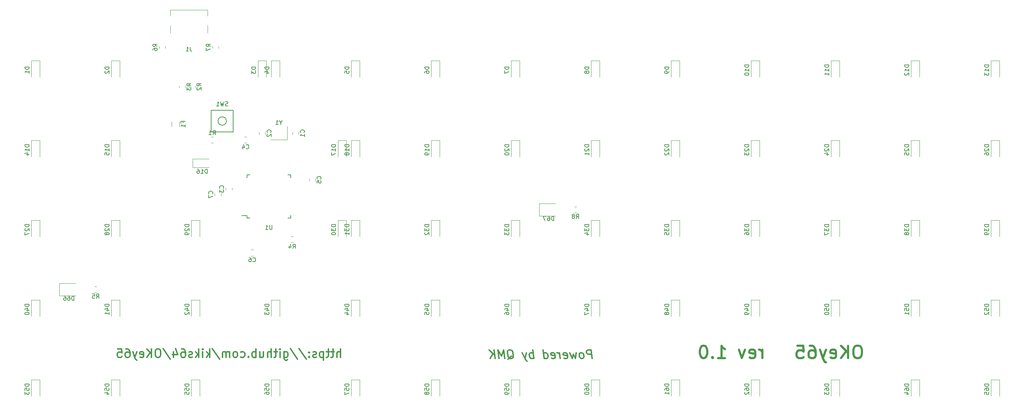
<source format=gbr>
G04 #@! TF.GenerationSoftware,KiCad,Pcbnew,5.1.9+dfsg1-1*
G04 #@! TF.CreationDate,2021-12-17T14:02:51+01:00*
G04 #@! TF.ProjectId,okey65-pcb,6f6b6579-3635-42d7-9063-622e6b696361,rev?*
G04 #@! TF.SameCoordinates,Original*
G04 #@! TF.FileFunction,Legend,Bot*
G04 #@! TF.FilePolarity,Positive*
%FSLAX46Y46*%
G04 Gerber Fmt 4.6, Leading zero omitted, Abs format (unit mm)*
G04 Created by KiCad (PCBNEW 5.1.9+dfsg1-1) date 2021-12-17 14:02:51*
%MOMM*%
%LPD*%
G01*
G04 APERTURE LIST*
%ADD10C,0.300000*%
%ADD11C,0.500000*%
%ADD12C,0.120000*%
%ADD13C,0.150000*%
G04 APERTURE END LIST*
D10*
X98072428Y-109870761D02*
X98072428Y-107870761D01*
X97215285Y-109870761D02*
X97215285Y-108823142D01*
X97310523Y-108632666D01*
X97501000Y-108537428D01*
X97786714Y-108537428D01*
X97977190Y-108632666D01*
X98072428Y-108727904D01*
X96548619Y-108537428D02*
X95786714Y-108537428D01*
X96262904Y-107870761D02*
X96262904Y-109585047D01*
X96167666Y-109775523D01*
X95977190Y-109870761D01*
X95786714Y-109870761D01*
X95405761Y-108537428D02*
X94643857Y-108537428D01*
X95120047Y-107870761D02*
X95120047Y-109585047D01*
X95024809Y-109775523D01*
X94834333Y-109870761D01*
X94643857Y-109870761D01*
X93977190Y-108537428D02*
X93977190Y-110537428D01*
X93977190Y-108632666D02*
X93786714Y-108537428D01*
X93405761Y-108537428D01*
X93215285Y-108632666D01*
X93120047Y-108727904D01*
X93024809Y-108918380D01*
X93024809Y-109489809D01*
X93120047Y-109680285D01*
X93215285Y-109775523D01*
X93405761Y-109870761D01*
X93786714Y-109870761D01*
X93977190Y-109775523D01*
X92262904Y-109775523D02*
X92072428Y-109870761D01*
X91691476Y-109870761D01*
X91501000Y-109775523D01*
X91405761Y-109585047D01*
X91405761Y-109489809D01*
X91501000Y-109299333D01*
X91691476Y-109204095D01*
X91977190Y-109204095D01*
X92167666Y-109108857D01*
X92262904Y-108918380D01*
X92262904Y-108823142D01*
X92167666Y-108632666D01*
X91977190Y-108537428D01*
X91691476Y-108537428D01*
X91501000Y-108632666D01*
X90548619Y-109680285D02*
X90453380Y-109775523D01*
X90548619Y-109870761D01*
X90643857Y-109775523D01*
X90548619Y-109680285D01*
X90548619Y-109870761D01*
X90548619Y-108632666D02*
X90453380Y-108727904D01*
X90548619Y-108823142D01*
X90643857Y-108727904D01*
X90548619Y-108632666D01*
X90548619Y-108823142D01*
X88167666Y-107775523D02*
X89881952Y-110346952D01*
X86072428Y-107775523D02*
X87786714Y-110346952D01*
X84548619Y-108537428D02*
X84548619Y-110156476D01*
X84643857Y-110346952D01*
X84739095Y-110442190D01*
X84929571Y-110537428D01*
X85215285Y-110537428D01*
X85405761Y-110442190D01*
X84548619Y-109775523D02*
X84739095Y-109870761D01*
X85120047Y-109870761D01*
X85310523Y-109775523D01*
X85405761Y-109680285D01*
X85501000Y-109489809D01*
X85501000Y-108918380D01*
X85405761Y-108727904D01*
X85310523Y-108632666D01*
X85120047Y-108537428D01*
X84739095Y-108537428D01*
X84548619Y-108632666D01*
X83596238Y-109870761D02*
X83596238Y-108537428D01*
X83596238Y-107870761D02*
X83691476Y-107966000D01*
X83596238Y-108061238D01*
X83501000Y-107966000D01*
X83596238Y-107870761D01*
X83596238Y-108061238D01*
X82929571Y-108537428D02*
X82167666Y-108537428D01*
X82643857Y-107870761D02*
X82643857Y-109585047D01*
X82548619Y-109775523D01*
X82358142Y-109870761D01*
X82167666Y-109870761D01*
X81501000Y-109870761D02*
X81501000Y-107870761D01*
X80643857Y-109870761D02*
X80643857Y-108823142D01*
X80739095Y-108632666D01*
X80929571Y-108537428D01*
X81215285Y-108537428D01*
X81405761Y-108632666D01*
X81501000Y-108727904D01*
X78834333Y-108537428D02*
X78834333Y-109870761D01*
X79691476Y-108537428D02*
X79691476Y-109585047D01*
X79596238Y-109775523D01*
X79405761Y-109870761D01*
X79120047Y-109870761D01*
X78929571Y-109775523D01*
X78834333Y-109680285D01*
X77881952Y-109870761D02*
X77881952Y-107870761D01*
X77881952Y-108632666D02*
X77691476Y-108537428D01*
X77310523Y-108537428D01*
X77120047Y-108632666D01*
X77024809Y-108727904D01*
X76929571Y-108918380D01*
X76929571Y-109489809D01*
X77024809Y-109680285D01*
X77120047Y-109775523D01*
X77310523Y-109870761D01*
X77691476Y-109870761D01*
X77881952Y-109775523D01*
X76072428Y-109680285D02*
X75977190Y-109775523D01*
X76072428Y-109870761D01*
X76167666Y-109775523D01*
X76072428Y-109680285D01*
X76072428Y-109870761D01*
X74262904Y-109775523D02*
X74453380Y-109870761D01*
X74834333Y-109870761D01*
X75024809Y-109775523D01*
X75120047Y-109680285D01*
X75215285Y-109489809D01*
X75215285Y-108918380D01*
X75120047Y-108727904D01*
X75024809Y-108632666D01*
X74834333Y-108537428D01*
X74453380Y-108537428D01*
X74262904Y-108632666D01*
X73120047Y-109870761D02*
X73310523Y-109775523D01*
X73405761Y-109680285D01*
X73501000Y-109489809D01*
X73501000Y-108918380D01*
X73405761Y-108727904D01*
X73310523Y-108632666D01*
X73120047Y-108537428D01*
X72834333Y-108537428D01*
X72643857Y-108632666D01*
X72548619Y-108727904D01*
X72453380Y-108918380D01*
X72453380Y-109489809D01*
X72548619Y-109680285D01*
X72643857Y-109775523D01*
X72834333Y-109870761D01*
X73120047Y-109870761D01*
X71596238Y-109870761D02*
X71596238Y-108537428D01*
X71596238Y-108727904D02*
X71501000Y-108632666D01*
X71310523Y-108537428D01*
X71024809Y-108537428D01*
X70834333Y-108632666D01*
X70739095Y-108823142D01*
X70739095Y-109870761D01*
X70739095Y-108823142D02*
X70643857Y-108632666D01*
X70453380Y-108537428D01*
X70167666Y-108537428D01*
X69977190Y-108632666D01*
X69881952Y-108823142D01*
X69881952Y-109870761D01*
X67501000Y-107775523D02*
X69215285Y-110346952D01*
X66834333Y-109870761D02*
X66834333Y-107870761D01*
X66643857Y-109108857D02*
X66072428Y-109870761D01*
X66072428Y-108537428D02*
X66834333Y-109299333D01*
X65215285Y-109870761D02*
X65215285Y-108537428D01*
X65215285Y-107870761D02*
X65310523Y-107966000D01*
X65215285Y-108061238D01*
X65120047Y-107966000D01*
X65215285Y-107870761D01*
X65215285Y-108061238D01*
X64262904Y-109870761D02*
X64262904Y-107870761D01*
X64072428Y-109108857D02*
X63501000Y-109870761D01*
X63501000Y-108537428D02*
X64262904Y-109299333D01*
X62739095Y-109775523D02*
X62548619Y-109870761D01*
X62167666Y-109870761D01*
X61977190Y-109775523D01*
X61881952Y-109585047D01*
X61881952Y-109489809D01*
X61977190Y-109299333D01*
X62167666Y-109204095D01*
X62453380Y-109204095D01*
X62643857Y-109108857D01*
X62739095Y-108918380D01*
X62739095Y-108823142D01*
X62643857Y-108632666D01*
X62453380Y-108537428D01*
X62167666Y-108537428D01*
X61977190Y-108632666D01*
X60167666Y-107870761D02*
X60548619Y-107870761D01*
X60739095Y-107966000D01*
X60834333Y-108061238D01*
X61024809Y-108346952D01*
X61120047Y-108727904D01*
X61120047Y-109489809D01*
X61024809Y-109680285D01*
X60929571Y-109775523D01*
X60739095Y-109870761D01*
X60358142Y-109870761D01*
X60167666Y-109775523D01*
X60072428Y-109680285D01*
X59977190Y-109489809D01*
X59977190Y-109013619D01*
X60072428Y-108823142D01*
X60167666Y-108727904D01*
X60358142Y-108632666D01*
X60739095Y-108632666D01*
X60929571Y-108727904D01*
X61024809Y-108823142D01*
X61120047Y-109013619D01*
X58262904Y-108537428D02*
X58262904Y-109870761D01*
X58739095Y-107775523D02*
X59215285Y-109204095D01*
X57977190Y-109204095D01*
X55786714Y-107775523D02*
X57501000Y-110346952D01*
X54739095Y-107870761D02*
X54358142Y-107870761D01*
X54167666Y-107966000D01*
X53977190Y-108156476D01*
X53881952Y-108537428D01*
X53881952Y-109204095D01*
X53977190Y-109585047D01*
X54167666Y-109775523D01*
X54358142Y-109870761D01*
X54739095Y-109870761D01*
X54929571Y-109775523D01*
X55120047Y-109585047D01*
X55215285Y-109204095D01*
X55215285Y-108537428D01*
X55120047Y-108156476D01*
X54929571Y-107966000D01*
X54739095Y-107870761D01*
X53024809Y-109870761D02*
X53024809Y-107870761D01*
X51881952Y-109870761D02*
X52739095Y-108727904D01*
X51881952Y-107870761D02*
X53024809Y-109013619D01*
X50262904Y-109775523D02*
X50453380Y-109870761D01*
X50834333Y-109870761D01*
X51024809Y-109775523D01*
X51120047Y-109585047D01*
X51120047Y-108823142D01*
X51024809Y-108632666D01*
X50834333Y-108537428D01*
X50453380Y-108537428D01*
X50262904Y-108632666D01*
X50167666Y-108823142D01*
X50167666Y-109013619D01*
X51120047Y-109204095D01*
X49501000Y-108537428D02*
X49024809Y-109870761D01*
X48548619Y-108537428D02*
X49024809Y-109870761D01*
X49215285Y-110346952D01*
X49310523Y-110442190D01*
X49501000Y-110537428D01*
X46929571Y-107870761D02*
X47310523Y-107870761D01*
X47501000Y-107966000D01*
X47596238Y-108061238D01*
X47786714Y-108346952D01*
X47881952Y-108727904D01*
X47881952Y-109489809D01*
X47786714Y-109680285D01*
X47691476Y-109775523D01*
X47501000Y-109870761D01*
X47120047Y-109870761D01*
X46929571Y-109775523D01*
X46834333Y-109680285D01*
X46739095Y-109489809D01*
X46739095Y-109013619D01*
X46834333Y-108823142D01*
X46929571Y-108727904D01*
X47120047Y-108632666D01*
X47501000Y-108632666D01*
X47691476Y-108727904D01*
X47786714Y-108823142D01*
X47881952Y-109013619D01*
X44929571Y-107870761D02*
X45881952Y-107870761D01*
X45977190Y-108823142D01*
X45881952Y-108727904D01*
X45691476Y-108632666D01*
X45215285Y-108632666D01*
X45024809Y-108727904D01*
X44929571Y-108823142D01*
X44834333Y-109013619D01*
X44834333Y-109489809D01*
X44929571Y-109680285D01*
X45024809Y-109775523D01*
X45215285Y-109870761D01*
X45691476Y-109870761D01*
X45881952Y-109775523D01*
X45977190Y-109680285D01*
X157964208Y-110124761D02*
X157714208Y-108124761D01*
X156952303Y-108124761D01*
X156773732Y-108220000D01*
X156690398Y-108315238D01*
X156618970Y-108505714D01*
X156654684Y-108791428D01*
X156773732Y-108981904D01*
X156880875Y-109077142D01*
X157083255Y-109172380D01*
X157845160Y-109172380D01*
X155678494Y-110124761D02*
X155857065Y-110029523D01*
X155940398Y-109934285D01*
X156011827Y-109743809D01*
X155940398Y-109172380D01*
X155821351Y-108981904D01*
X155714208Y-108886666D01*
X155511827Y-108791428D01*
X155226113Y-108791428D01*
X155047541Y-108886666D01*
X154964208Y-108981904D01*
X154892779Y-109172380D01*
X154964208Y-109743809D01*
X155083255Y-109934285D01*
X155190398Y-110029523D01*
X155392779Y-110124761D01*
X155678494Y-110124761D01*
X154178494Y-108791428D02*
X153964208Y-110124761D01*
X153464208Y-109172380D01*
X153202303Y-110124761D01*
X152654684Y-108791428D01*
X151285636Y-110029523D02*
X151488017Y-110124761D01*
X151868970Y-110124761D01*
X152047541Y-110029523D01*
X152118970Y-109839047D01*
X152023732Y-109077142D01*
X151904684Y-108886666D01*
X151702303Y-108791428D01*
X151321351Y-108791428D01*
X151142779Y-108886666D01*
X151071351Y-109077142D01*
X151095160Y-109267619D01*
X152071351Y-109458095D01*
X150345160Y-110124761D02*
X150178494Y-108791428D01*
X150226113Y-109172380D02*
X150107065Y-108981904D01*
X149999922Y-108886666D01*
X149797541Y-108791428D01*
X149607065Y-108791428D01*
X148333255Y-110029523D02*
X148535636Y-110124761D01*
X148916589Y-110124761D01*
X149095160Y-110029523D01*
X149166589Y-109839047D01*
X149071351Y-109077142D01*
X148952303Y-108886666D01*
X148749922Y-108791428D01*
X148368970Y-108791428D01*
X148190398Y-108886666D01*
X148118970Y-109077142D01*
X148142779Y-109267619D01*
X149118970Y-109458095D01*
X146535636Y-110124761D02*
X146285636Y-108124761D01*
X146523732Y-110029523D02*
X146726113Y-110124761D01*
X147107065Y-110124761D01*
X147285636Y-110029523D01*
X147368970Y-109934285D01*
X147440398Y-109743809D01*
X147368970Y-109172380D01*
X147249922Y-108981904D01*
X147142779Y-108886666D01*
X146940398Y-108791428D01*
X146559446Y-108791428D01*
X146380875Y-108886666D01*
X144059446Y-110124761D02*
X143809446Y-108124761D01*
X143904684Y-108886666D02*
X143702303Y-108791428D01*
X143321351Y-108791428D01*
X143142779Y-108886666D01*
X143059446Y-108981904D01*
X142988017Y-109172380D01*
X143059446Y-109743809D01*
X143178494Y-109934285D01*
X143285636Y-110029523D01*
X143488017Y-110124761D01*
X143868970Y-110124761D01*
X144047541Y-110029523D01*
X142273732Y-108791428D02*
X141964208Y-110124761D01*
X141321351Y-108791428D02*
X141964208Y-110124761D01*
X142214208Y-110600952D01*
X142321351Y-110696190D01*
X142523732Y-110791428D01*
X137892779Y-110315238D02*
X138071351Y-110220000D01*
X138238017Y-110029523D01*
X138488017Y-109743809D01*
X138666589Y-109648571D01*
X138857065Y-109648571D01*
X138821351Y-110124761D02*
X138999922Y-110029523D01*
X139166589Y-109839047D01*
X139214208Y-109458095D01*
X139130875Y-108791428D01*
X138988017Y-108410476D01*
X138773732Y-108220000D01*
X138571351Y-108124761D01*
X138190398Y-108124761D01*
X138011827Y-108220000D01*
X137845160Y-108410476D01*
X137797541Y-108791428D01*
X137880875Y-109458095D01*
X138023732Y-109839047D01*
X138238017Y-110029523D01*
X138440398Y-110124761D01*
X138821351Y-110124761D01*
X137107065Y-110124761D02*
X136857065Y-108124761D01*
X136368970Y-109553333D01*
X135523732Y-108124761D01*
X135773732Y-110124761D01*
X134821351Y-110124761D02*
X134571351Y-108124761D01*
X133678494Y-110124761D02*
X134392779Y-108981904D01*
X133428494Y-108124761D02*
X134714208Y-109267619D01*
D11*
X221517428Y-107069142D02*
X220946000Y-107069142D01*
X220660285Y-107212000D01*
X220374571Y-107497714D01*
X220231714Y-108069142D01*
X220231714Y-109069142D01*
X220374571Y-109640571D01*
X220660285Y-109926285D01*
X220946000Y-110069142D01*
X221517428Y-110069142D01*
X221803142Y-109926285D01*
X222088857Y-109640571D01*
X222231714Y-109069142D01*
X222231714Y-108069142D01*
X222088857Y-107497714D01*
X221803142Y-107212000D01*
X221517428Y-107069142D01*
X218946000Y-110069142D02*
X218946000Y-107069142D01*
X217231714Y-110069142D02*
X218517428Y-108354857D01*
X217231714Y-107069142D02*
X218946000Y-108783428D01*
X214803142Y-109926285D02*
X215088857Y-110069142D01*
X215660285Y-110069142D01*
X215946000Y-109926285D01*
X216088857Y-109640571D01*
X216088857Y-108497714D01*
X215946000Y-108212000D01*
X215660285Y-108069142D01*
X215088857Y-108069142D01*
X214803142Y-108212000D01*
X214660285Y-108497714D01*
X214660285Y-108783428D01*
X216088857Y-109069142D01*
X213660285Y-108069142D02*
X212946000Y-110069142D01*
X212231714Y-108069142D02*
X212946000Y-110069142D01*
X213231714Y-110783428D01*
X213374571Y-110926285D01*
X213660285Y-111069142D01*
X209803142Y-107069142D02*
X210374571Y-107069142D01*
X210660285Y-107212000D01*
X210803142Y-107354857D01*
X211088857Y-107783428D01*
X211231714Y-108354857D01*
X211231714Y-109497714D01*
X211088857Y-109783428D01*
X210946000Y-109926285D01*
X210660285Y-110069142D01*
X210088857Y-110069142D01*
X209803142Y-109926285D01*
X209660285Y-109783428D01*
X209517428Y-109497714D01*
X209517428Y-108783428D01*
X209660285Y-108497714D01*
X209803142Y-108354857D01*
X210088857Y-108212000D01*
X210660285Y-108212000D01*
X210946000Y-108354857D01*
X211088857Y-108497714D01*
X211231714Y-108783428D01*
X206803142Y-107069142D02*
X208231714Y-107069142D01*
X208374571Y-108497714D01*
X208231714Y-108354857D01*
X207946000Y-108212000D01*
X207231714Y-108212000D01*
X206946000Y-108354857D01*
X206803142Y-108497714D01*
X206660285Y-108783428D01*
X206660285Y-109497714D01*
X206803142Y-109783428D01*
X206946000Y-109926285D01*
X207231714Y-110069142D01*
X207946000Y-110069142D01*
X208231714Y-109926285D01*
X208374571Y-109783428D01*
X198517428Y-110069142D02*
X198517428Y-108069142D01*
X198517428Y-108640571D02*
X198374571Y-108354857D01*
X198231714Y-108212000D01*
X197946000Y-108069142D01*
X197660285Y-108069142D01*
X195517428Y-109926285D02*
X195803142Y-110069142D01*
X196374571Y-110069142D01*
X196660285Y-109926285D01*
X196803142Y-109640571D01*
X196803142Y-108497714D01*
X196660285Y-108212000D01*
X196374571Y-108069142D01*
X195803142Y-108069142D01*
X195517428Y-108212000D01*
X195374571Y-108497714D01*
X195374571Y-108783428D01*
X196803142Y-109069142D01*
X194374571Y-108069142D02*
X193660285Y-110069142D01*
X192946000Y-108069142D01*
X187946000Y-110069142D02*
X189660285Y-110069142D01*
X188803142Y-110069142D02*
X188803142Y-107069142D01*
X189088857Y-107497714D01*
X189374571Y-107783428D01*
X189660285Y-107926285D01*
X186660285Y-109783428D02*
X186517428Y-109926285D01*
X186660285Y-110069142D01*
X186803142Y-109926285D01*
X186660285Y-109783428D01*
X186660285Y-110069142D01*
X184660285Y-107069142D02*
X184374571Y-107069142D01*
X184088857Y-107212000D01*
X183946000Y-107354857D01*
X183803142Y-107640571D01*
X183660285Y-108212000D01*
X183660285Y-108926285D01*
X183803142Y-109497714D01*
X183946000Y-109783428D01*
X184088857Y-109926285D01*
X184374571Y-110069142D01*
X184660285Y-110069142D01*
X184946000Y-109926285D01*
X185088857Y-109783428D01*
X185231714Y-109497714D01*
X185374571Y-108926285D01*
X185374571Y-108212000D01*
X185231714Y-107640571D01*
X185088857Y-107354857D01*
X184946000Y-107212000D01*
X184660285Y-107069142D01*
D12*
X57827500Y-54764564D02*
X57827500Y-53560436D01*
X59647500Y-54764564D02*
X59647500Y-53560436D01*
X85343750Y-57950000D02*
X81343750Y-57950000D01*
X85343750Y-54650000D02*
X85343750Y-57950000D01*
D13*
X75787500Y-76037500D02*
X74512500Y-76037500D01*
X86137500Y-76612500D02*
X85462500Y-76612500D01*
X86137500Y-66262500D02*
X85462500Y-66262500D01*
X75787500Y-66262500D02*
X76462500Y-66262500D01*
X75787500Y-76612500D02*
X76462500Y-76612500D01*
X75787500Y-66262500D02*
X75787500Y-66937500D01*
X86137500Y-66262500D02*
X86137500Y-66937500D01*
X86137500Y-76612500D02*
X86137500Y-75937500D01*
X75787500Y-76612500D02*
X75787500Y-76037500D01*
X70850000Y-53443750D02*
G75*
G03*
X70850000Y-53443750I-1000000J0D01*
G01*
X67250000Y-50843750D02*
X67250000Y-56043750D01*
X72450000Y-50843750D02*
X67250000Y-50843750D01*
X72450000Y-56043750D02*
X72450000Y-50843750D01*
X67250000Y-56043750D02*
X72450000Y-56043750D01*
D12*
X153760436Y-73877500D02*
X154214564Y-73877500D01*
X153760436Y-75347500D02*
X154214564Y-75347500D01*
X68997500Y-35610436D02*
X68997500Y-36064564D01*
X67527500Y-35610436D02*
X67527500Y-36064564D01*
X56297500Y-35610436D02*
X56297500Y-36064564D01*
X54827500Y-35610436D02*
X54827500Y-36064564D01*
X39460436Y-92927500D02*
X39914564Y-92927500D01*
X39460436Y-94397500D02*
X39914564Y-94397500D01*
X86291686Y-81021250D02*
X86745814Y-81021250D01*
X86291686Y-82491250D02*
X86745814Y-82491250D01*
X59590000Y-45470814D02*
X59590000Y-45016686D01*
X61060000Y-45470814D02*
X61060000Y-45016686D01*
X61971250Y-45470814D02*
X61971250Y-45016686D01*
X63441250Y-45470814D02*
X63441250Y-45016686D01*
X67695814Y-58678750D02*
X67241686Y-58678750D01*
X67695814Y-57208750D02*
X67241686Y-57208750D01*
X57442500Y-32420000D02*
X57442500Y-30620000D01*
X57442500Y-26910000D02*
X57442500Y-28370000D01*
X66382500Y-26910000D02*
X66382500Y-28370000D01*
X66382500Y-32420000D02*
X66382500Y-30620000D01*
X66382500Y-26910000D02*
X57442500Y-26910000D01*
X145352500Y-73152500D02*
X149237500Y-73152500D01*
X145352500Y-76072500D02*
X145352500Y-73152500D01*
X149237500Y-76072500D02*
X145352500Y-76072500D01*
X31052500Y-92202500D02*
X34937500Y-92202500D01*
X31052500Y-95122500D02*
X31052500Y-92202500D01*
X34937500Y-95122500D02*
X31052500Y-95122500D01*
X253000000Y-115225000D02*
X253000000Y-119125000D01*
X255000000Y-115225000D02*
X255000000Y-119125000D01*
X253000000Y-115225000D02*
X255000000Y-115225000D01*
X233950000Y-115225000D02*
X233950000Y-119125000D01*
X235950000Y-115225000D02*
X235950000Y-119125000D01*
X233950000Y-115225000D02*
X235950000Y-115225000D01*
X214900000Y-115225000D02*
X214900000Y-119125000D01*
X216900000Y-115225000D02*
X216900000Y-119125000D01*
X214900000Y-115225000D02*
X216900000Y-115225000D01*
X195850000Y-115225000D02*
X195850000Y-119125000D01*
X197850000Y-115225000D02*
X197850000Y-119125000D01*
X195850000Y-115225000D02*
X197850000Y-115225000D01*
X176800000Y-115225000D02*
X176800000Y-119125000D01*
X178800000Y-115225000D02*
X178800000Y-119125000D01*
X176800000Y-115225000D02*
X178800000Y-115225000D01*
X157750000Y-115225000D02*
X157750000Y-119125000D01*
X159750000Y-115225000D02*
X159750000Y-119125000D01*
X157750000Y-115225000D02*
X159750000Y-115225000D01*
X138700000Y-115225000D02*
X138700000Y-119125000D01*
X140700000Y-115225000D02*
X140700000Y-119125000D01*
X138700000Y-115225000D02*
X140700000Y-115225000D01*
X119650000Y-115225000D02*
X119650000Y-119125000D01*
X121650000Y-115225000D02*
X121650000Y-119125000D01*
X119650000Y-115225000D02*
X121650000Y-115225000D01*
X100600000Y-115225000D02*
X100600000Y-119125000D01*
X102600000Y-115225000D02*
X102600000Y-119125000D01*
X100600000Y-115225000D02*
X102600000Y-115225000D01*
X81550000Y-115225000D02*
X81550000Y-119125000D01*
X83550000Y-115225000D02*
X83550000Y-119125000D01*
X81550000Y-115225000D02*
X83550000Y-115225000D01*
X62500000Y-115225000D02*
X62500000Y-119125000D01*
X64500000Y-115225000D02*
X64500000Y-119125000D01*
X62500000Y-115225000D02*
X64500000Y-115225000D01*
X43450000Y-115225000D02*
X43450000Y-119125000D01*
X45450000Y-115225000D02*
X45450000Y-119125000D01*
X43450000Y-115225000D02*
X45450000Y-115225000D01*
X24400000Y-115225000D02*
X24400000Y-119125000D01*
X26400000Y-115225000D02*
X26400000Y-119125000D01*
X24400000Y-115225000D02*
X26400000Y-115225000D01*
X253000000Y-96175000D02*
X253000000Y-100075000D01*
X255000000Y-96175000D02*
X255000000Y-100075000D01*
X253000000Y-96175000D02*
X255000000Y-96175000D01*
X233950000Y-96175000D02*
X233950000Y-100075000D01*
X235950000Y-96175000D02*
X235950000Y-100075000D01*
X233950000Y-96175000D02*
X235950000Y-96175000D01*
X214900000Y-96175000D02*
X214900000Y-100075000D01*
X216900000Y-96175000D02*
X216900000Y-100075000D01*
X214900000Y-96175000D02*
X216900000Y-96175000D01*
X195850000Y-96175000D02*
X195850000Y-100075000D01*
X197850000Y-96175000D02*
X197850000Y-100075000D01*
X195850000Y-96175000D02*
X197850000Y-96175000D01*
X176800000Y-96175000D02*
X176800000Y-100075000D01*
X178800000Y-96175000D02*
X178800000Y-100075000D01*
X176800000Y-96175000D02*
X178800000Y-96175000D01*
X157750000Y-96175000D02*
X157750000Y-100075000D01*
X159750000Y-96175000D02*
X159750000Y-100075000D01*
X157750000Y-96175000D02*
X159750000Y-96175000D01*
X138700000Y-96175000D02*
X138700000Y-100075000D01*
X140700000Y-96175000D02*
X140700000Y-100075000D01*
X138700000Y-96175000D02*
X140700000Y-96175000D01*
X119650000Y-96175000D02*
X119650000Y-100075000D01*
X121650000Y-96175000D02*
X121650000Y-100075000D01*
X119650000Y-96175000D02*
X121650000Y-96175000D01*
X100600000Y-96175000D02*
X100600000Y-100075000D01*
X102600000Y-96175000D02*
X102600000Y-100075000D01*
X100600000Y-96175000D02*
X102600000Y-96175000D01*
X81550000Y-96175000D02*
X81550000Y-100075000D01*
X83550000Y-96175000D02*
X83550000Y-100075000D01*
X81550000Y-96175000D02*
X83550000Y-96175000D01*
X62500000Y-96175000D02*
X62500000Y-100075000D01*
X64500000Y-96175000D02*
X64500000Y-100075000D01*
X62500000Y-96175000D02*
X64500000Y-96175000D01*
X43450000Y-96175000D02*
X43450000Y-100075000D01*
X45450000Y-96175000D02*
X45450000Y-100075000D01*
X43450000Y-96175000D02*
X45450000Y-96175000D01*
X24400000Y-96175000D02*
X24400000Y-100075000D01*
X26400000Y-96175000D02*
X26400000Y-100075000D01*
X24400000Y-96175000D02*
X26400000Y-96175000D01*
X253000000Y-77125000D02*
X253000000Y-81025000D01*
X255000000Y-77125000D02*
X255000000Y-81025000D01*
X253000000Y-77125000D02*
X255000000Y-77125000D01*
X233950000Y-77125000D02*
X233950000Y-81025000D01*
X235950000Y-77125000D02*
X235950000Y-81025000D01*
X233950000Y-77125000D02*
X235950000Y-77125000D01*
X214900000Y-77125000D02*
X214900000Y-81025000D01*
X216900000Y-77125000D02*
X216900000Y-81025000D01*
X214900000Y-77125000D02*
X216900000Y-77125000D01*
X195850000Y-77125000D02*
X195850000Y-81025000D01*
X197850000Y-77125000D02*
X197850000Y-81025000D01*
X195850000Y-77125000D02*
X197850000Y-77125000D01*
X176800000Y-77125000D02*
X176800000Y-81025000D01*
X178800000Y-77125000D02*
X178800000Y-81025000D01*
X176800000Y-77125000D02*
X178800000Y-77125000D01*
X157750000Y-77125000D02*
X157750000Y-81025000D01*
X159750000Y-77125000D02*
X159750000Y-81025000D01*
X157750000Y-77125000D02*
X159750000Y-77125000D01*
X138700000Y-77125000D02*
X138700000Y-81025000D01*
X140700000Y-77125000D02*
X140700000Y-81025000D01*
X138700000Y-77125000D02*
X140700000Y-77125000D01*
X119650000Y-77125000D02*
X119650000Y-81025000D01*
X121650000Y-77125000D02*
X121650000Y-81025000D01*
X119650000Y-77125000D02*
X121650000Y-77125000D01*
X100600000Y-77125000D02*
X100600000Y-81025000D01*
X102600000Y-77125000D02*
X102600000Y-81025000D01*
X100600000Y-77125000D02*
X102600000Y-77125000D01*
X97425000Y-77125000D02*
X97425000Y-81025000D01*
X99425000Y-77125000D02*
X99425000Y-81025000D01*
X97425000Y-77125000D02*
X99425000Y-77125000D01*
X62500000Y-77125000D02*
X62500000Y-81025000D01*
X64500000Y-77125000D02*
X64500000Y-81025000D01*
X62500000Y-77125000D02*
X64500000Y-77125000D01*
X43450000Y-77125000D02*
X43450000Y-81025000D01*
X45450000Y-77125000D02*
X45450000Y-81025000D01*
X43450000Y-77125000D02*
X45450000Y-77125000D01*
X24400000Y-77125000D02*
X24400000Y-81025000D01*
X26400000Y-77125000D02*
X26400000Y-81025000D01*
X24400000Y-77125000D02*
X26400000Y-77125000D01*
X253000000Y-58075000D02*
X253000000Y-61975000D01*
X255000000Y-58075000D02*
X255000000Y-61975000D01*
X253000000Y-58075000D02*
X255000000Y-58075000D01*
X233950000Y-58075000D02*
X233950000Y-61975000D01*
X235950000Y-58075000D02*
X235950000Y-61975000D01*
X233950000Y-58075000D02*
X235950000Y-58075000D01*
X214900000Y-58075000D02*
X214900000Y-61975000D01*
X216900000Y-58075000D02*
X216900000Y-61975000D01*
X214900000Y-58075000D02*
X216900000Y-58075000D01*
X195850000Y-58075000D02*
X195850000Y-61975000D01*
X197850000Y-58075000D02*
X197850000Y-61975000D01*
X195850000Y-58075000D02*
X197850000Y-58075000D01*
X176800000Y-58075000D02*
X176800000Y-61975000D01*
X178800000Y-58075000D02*
X178800000Y-61975000D01*
X176800000Y-58075000D02*
X178800000Y-58075000D01*
X157750000Y-58075000D02*
X157750000Y-61975000D01*
X159750000Y-58075000D02*
X159750000Y-61975000D01*
X157750000Y-58075000D02*
X159750000Y-58075000D01*
X138700000Y-58075000D02*
X138700000Y-61975000D01*
X140700000Y-58075000D02*
X140700000Y-61975000D01*
X138700000Y-58075000D02*
X140700000Y-58075000D01*
X119650000Y-58075000D02*
X119650000Y-61975000D01*
X121650000Y-58075000D02*
X121650000Y-61975000D01*
X119650000Y-58075000D02*
X121650000Y-58075000D01*
X100600000Y-58075000D02*
X100600000Y-61975000D01*
X102600000Y-58075000D02*
X102600000Y-61975000D01*
X100600000Y-58075000D02*
X102600000Y-58075000D01*
X97425000Y-58075000D02*
X97425000Y-61975000D01*
X99425000Y-58075000D02*
X99425000Y-61975000D01*
X97425000Y-58075000D02*
X99425000Y-58075000D01*
X62837500Y-64500000D02*
X66737500Y-64500000D01*
X62837500Y-62500000D02*
X66737500Y-62500000D01*
X62837500Y-64500000D02*
X62837500Y-62500000D01*
X43450000Y-58075000D02*
X43450000Y-61975000D01*
X45450000Y-58075000D02*
X45450000Y-61975000D01*
X43450000Y-58075000D02*
X45450000Y-58075000D01*
X24400000Y-58075000D02*
X24400000Y-61975000D01*
X26400000Y-58075000D02*
X26400000Y-61975000D01*
X24400000Y-58075000D02*
X26400000Y-58075000D01*
X253000000Y-39025000D02*
X253000000Y-42925000D01*
X255000000Y-39025000D02*
X255000000Y-42925000D01*
X253000000Y-39025000D02*
X255000000Y-39025000D01*
X233950000Y-39025000D02*
X233950000Y-42925000D01*
X235950000Y-39025000D02*
X235950000Y-42925000D01*
X233950000Y-39025000D02*
X235950000Y-39025000D01*
X214900000Y-39025000D02*
X214900000Y-42925000D01*
X216900000Y-39025000D02*
X216900000Y-42925000D01*
X214900000Y-39025000D02*
X216900000Y-39025000D01*
X195850000Y-39025000D02*
X195850000Y-42925000D01*
X197850000Y-39025000D02*
X197850000Y-42925000D01*
X195850000Y-39025000D02*
X197850000Y-39025000D01*
X176800000Y-39025000D02*
X176800000Y-42925000D01*
X178800000Y-39025000D02*
X178800000Y-42925000D01*
X176800000Y-39025000D02*
X178800000Y-39025000D01*
X157750000Y-39025000D02*
X157750000Y-42925000D01*
X159750000Y-39025000D02*
X159750000Y-42925000D01*
X157750000Y-39025000D02*
X159750000Y-39025000D01*
X138700000Y-39025000D02*
X138700000Y-42925000D01*
X140700000Y-39025000D02*
X140700000Y-42925000D01*
X138700000Y-39025000D02*
X140700000Y-39025000D01*
X119650000Y-39025000D02*
X119650000Y-42925000D01*
X121650000Y-39025000D02*
X121650000Y-42925000D01*
X119650000Y-39025000D02*
X121650000Y-39025000D01*
X100600000Y-39025000D02*
X100600000Y-42925000D01*
X102600000Y-39025000D02*
X102600000Y-42925000D01*
X100600000Y-39025000D02*
X102600000Y-39025000D01*
X81550000Y-39025000D02*
X81550000Y-42925000D01*
X83550000Y-39025000D02*
X83550000Y-42925000D01*
X81550000Y-39025000D02*
X83550000Y-39025000D01*
X78375000Y-39025000D02*
X78375000Y-42925000D01*
X80375000Y-39025000D02*
X80375000Y-42925000D01*
X78375000Y-39025000D02*
X80375000Y-39025000D01*
X43450000Y-39025000D02*
X43450000Y-42925000D01*
X45450000Y-39025000D02*
X45450000Y-42925000D01*
X43450000Y-39025000D02*
X45450000Y-39025000D01*
X24400000Y-39025000D02*
X24400000Y-42925000D01*
X26400000Y-39025000D02*
X26400000Y-42925000D01*
X24400000Y-39025000D02*
X26400000Y-39025000D01*
X69569000Y-70731748D02*
X69569000Y-71254252D01*
X68099000Y-70731748D02*
X68099000Y-71254252D01*
X76732498Y-85666250D02*
X77255002Y-85666250D01*
X76732498Y-84196250D02*
X77255002Y-84196250D01*
X92016250Y-67730002D02*
X92016250Y-67207498D01*
X90546250Y-67730002D02*
X90546250Y-67207498D01*
X75144998Y-58678750D02*
X75667502Y-58678750D01*
X75144998Y-57208750D02*
X75667502Y-57208750D01*
X72172500Y-69432498D02*
X72172500Y-69955002D01*
X70702500Y-69432498D02*
X70702500Y-69955002D01*
X78640000Y-56617502D02*
X78640000Y-56094998D01*
X80110000Y-56617502D02*
X80110000Y-56094998D01*
X86577500Y-56617502D02*
X86577500Y-56094998D01*
X88047500Y-56617502D02*
X88047500Y-56094998D01*
D13*
X60486071Y-53829166D02*
X60486071Y-53495833D01*
X61009880Y-53495833D02*
X60009880Y-53495833D01*
X60009880Y-53972023D01*
X61009880Y-54876785D02*
X61009880Y-54305357D01*
X61009880Y-54591071D02*
X60009880Y-54591071D01*
X60152738Y-54495833D01*
X60247976Y-54400595D01*
X60295595Y-54305357D01*
X83819940Y-53826190D02*
X83819940Y-54302380D01*
X84153273Y-53302380D02*
X83819940Y-53826190D01*
X83486607Y-53302380D01*
X82629464Y-54302380D02*
X83200892Y-54302380D01*
X82915178Y-54302380D02*
X82915178Y-53302380D01*
X83010416Y-53445238D01*
X83105654Y-53540476D01*
X83200892Y-53588095D01*
X81724404Y-78339880D02*
X81724404Y-79149404D01*
X81676785Y-79244642D01*
X81629166Y-79292261D01*
X81533928Y-79339880D01*
X81343452Y-79339880D01*
X81248214Y-79292261D01*
X81200595Y-79244642D01*
X81152976Y-79149404D01*
X81152976Y-78339880D01*
X80152976Y-79339880D02*
X80724404Y-79339880D01*
X80438690Y-79339880D02*
X80438690Y-78339880D01*
X80533928Y-78482738D01*
X80629166Y-78577976D01*
X80724404Y-78625595D01*
X71183333Y-49784511D02*
X71040476Y-49832130D01*
X70802380Y-49832130D01*
X70707142Y-49784511D01*
X70659523Y-49736892D01*
X70611904Y-49641654D01*
X70611904Y-49546416D01*
X70659523Y-49451178D01*
X70707142Y-49403559D01*
X70802380Y-49355940D01*
X70992857Y-49308321D01*
X71088095Y-49260702D01*
X71135714Y-49213083D01*
X71183333Y-49117845D01*
X71183333Y-49022607D01*
X71135714Y-48927369D01*
X71088095Y-48879750D01*
X70992857Y-48832130D01*
X70754761Y-48832130D01*
X70611904Y-48879750D01*
X70278571Y-48832130D02*
X70040476Y-49832130D01*
X69850000Y-49117845D01*
X69659523Y-49832130D01*
X69421428Y-48832130D01*
X68516666Y-49832130D02*
X69088095Y-49832130D01*
X68802380Y-49832130D02*
X68802380Y-48832130D01*
X68897619Y-48974988D01*
X68992857Y-49070226D01*
X69088095Y-49117845D01*
X154154166Y-76714880D02*
X154487500Y-76238690D01*
X154725595Y-76714880D02*
X154725595Y-75714880D01*
X154344642Y-75714880D01*
X154249404Y-75762500D01*
X154201785Y-75810119D01*
X154154166Y-75905357D01*
X154154166Y-76048214D01*
X154201785Y-76143452D01*
X154249404Y-76191071D01*
X154344642Y-76238690D01*
X154725595Y-76238690D01*
X153582738Y-76143452D02*
X153677976Y-76095833D01*
X153725595Y-76048214D01*
X153773214Y-75952976D01*
X153773214Y-75905357D01*
X153725595Y-75810119D01*
X153677976Y-75762500D01*
X153582738Y-75714880D01*
X153392261Y-75714880D01*
X153297023Y-75762500D01*
X153249404Y-75810119D01*
X153201785Y-75905357D01*
X153201785Y-75952976D01*
X153249404Y-76048214D01*
X153297023Y-76095833D01*
X153392261Y-76143452D01*
X153582738Y-76143452D01*
X153677976Y-76191071D01*
X153725595Y-76238690D01*
X153773214Y-76333928D01*
X153773214Y-76524404D01*
X153725595Y-76619642D01*
X153677976Y-76667261D01*
X153582738Y-76714880D01*
X153392261Y-76714880D01*
X153297023Y-76667261D01*
X153249404Y-76619642D01*
X153201785Y-76524404D01*
X153201785Y-76333928D01*
X153249404Y-76238690D01*
X153297023Y-76191071D01*
X153392261Y-76143452D01*
X67064880Y-35670833D02*
X66588690Y-35337500D01*
X67064880Y-35099404D02*
X66064880Y-35099404D01*
X66064880Y-35480357D01*
X66112500Y-35575595D01*
X66160119Y-35623214D01*
X66255357Y-35670833D01*
X66398214Y-35670833D01*
X66493452Y-35623214D01*
X66541071Y-35575595D01*
X66588690Y-35480357D01*
X66588690Y-35099404D01*
X66064880Y-36004166D02*
X66064880Y-36670833D01*
X67064880Y-36242261D01*
X54364880Y-35670833D02*
X53888690Y-35337500D01*
X54364880Y-35099404D02*
X53364880Y-35099404D01*
X53364880Y-35480357D01*
X53412500Y-35575595D01*
X53460119Y-35623214D01*
X53555357Y-35670833D01*
X53698214Y-35670833D01*
X53793452Y-35623214D01*
X53841071Y-35575595D01*
X53888690Y-35480357D01*
X53888690Y-35099404D01*
X53364880Y-36527976D02*
X53364880Y-36337500D01*
X53412500Y-36242261D01*
X53460119Y-36194642D01*
X53602976Y-36099404D01*
X53793452Y-36051785D01*
X54174404Y-36051785D01*
X54269642Y-36099404D01*
X54317261Y-36147023D01*
X54364880Y-36242261D01*
X54364880Y-36432738D01*
X54317261Y-36527976D01*
X54269642Y-36575595D01*
X54174404Y-36623214D01*
X53936309Y-36623214D01*
X53841071Y-36575595D01*
X53793452Y-36527976D01*
X53745833Y-36432738D01*
X53745833Y-36242261D01*
X53793452Y-36147023D01*
X53841071Y-36099404D01*
X53936309Y-36051785D01*
X39854166Y-95764880D02*
X40187500Y-95288690D01*
X40425595Y-95764880D02*
X40425595Y-94764880D01*
X40044642Y-94764880D01*
X39949404Y-94812500D01*
X39901785Y-94860119D01*
X39854166Y-94955357D01*
X39854166Y-95098214D01*
X39901785Y-95193452D01*
X39949404Y-95241071D01*
X40044642Y-95288690D01*
X40425595Y-95288690D01*
X38949404Y-94764880D02*
X39425595Y-94764880D01*
X39473214Y-95241071D01*
X39425595Y-95193452D01*
X39330357Y-95145833D01*
X39092261Y-95145833D01*
X38997023Y-95193452D01*
X38949404Y-95241071D01*
X38901785Y-95336309D01*
X38901785Y-95574404D01*
X38949404Y-95669642D01*
X38997023Y-95717261D01*
X39092261Y-95764880D01*
X39330357Y-95764880D01*
X39425595Y-95717261D01*
X39473214Y-95669642D01*
X86685416Y-83858630D02*
X87018750Y-83382440D01*
X87256845Y-83858630D02*
X87256845Y-82858630D01*
X86875892Y-82858630D01*
X86780654Y-82906250D01*
X86733035Y-82953869D01*
X86685416Y-83049107D01*
X86685416Y-83191964D01*
X86733035Y-83287202D01*
X86780654Y-83334821D01*
X86875892Y-83382440D01*
X87256845Y-83382440D01*
X85828273Y-83191964D02*
X85828273Y-83858630D01*
X86066369Y-82811011D02*
X86304464Y-83525297D01*
X85685416Y-83525297D01*
X62427380Y-45077083D02*
X61951190Y-44743750D01*
X62427380Y-44505654D02*
X61427380Y-44505654D01*
X61427380Y-44886607D01*
X61475000Y-44981845D01*
X61522619Y-45029464D01*
X61617857Y-45077083D01*
X61760714Y-45077083D01*
X61855952Y-45029464D01*
X61903571Y-44981845D01*
X61951190Y-44886607D01*
X61951190Y-44505654D01*
X61427380Y-45410416D02*
X61427380Y-46029464D01*
X61808333Y-45696130D01*
X61808333Y-45838988D01*
X61855952Y-45934226D01*
X61903571Y-45981845D01*
X61998809Y-46029464D01*
X62236904Y-46029464D01*
X62332142Y-45981845D01*
X62379761Y-45934226D01*
X62427380Y-45838988D01*
X62427380Y-45553273D01*
X62379761Y-45458035D01*
X62332142Y-45410416D01*
X64808630Y-45077083D02*
X64332440Y-44743750D01*
X64808630Y-44505654D02*
X63808630Y-44505654D01*
X63808630Y-44886607D01*
X63856250Y-44981845D01*
X63903869Y-45029464D01*
X63999107Y-45077083D01*
X64141964Y-45077083D01*
X64237202Y-45029464D01*
X64284821Y-44981845D01*
X64332440Y-44886607D01*
X64332440Y-44505654D01*
X63903869Y-45458035D02*
X63856250Y-45505654D01*
X63808630Y-45600892D01*
X63808630Y-45838988D01*
X63856250Y-45934226D01*
X63903869Y-45981845D01*
X63999107Y-46029464D01*
X64094345Y-46029464D01*
X64237202Y-45981845D01*
X64808630Y-45410416D01*
X64808630Y-46029464D01*
X67635416Y-56746130D02*
X67968750Y-56269940D01*
X68206845Y-56746130D02*
X68206845Y-55746130D01*
X67825892Y-55746130D01*
X67730654Y-55793750D01*
X67683035Y-55841369D01*
X67635416Y-55936607D01*
X67635416Y-56079464D01*
X67683035Y-56174702D01*
X67730654Y-56222321D01*
X67825892Y-56269940D01*
X68206845Y-56269940D01*
X66683035Y-56746130D02*
X67254464Y-56746130D01*
X66968750Y-56746130D02*
X66968750Y-55746130D01*
X67063988Y-55888988D01*
X67159226Y-55984226D01*
X67254464Y-56031845D01*
X62245833Y-35782380D02*
X62245833Y-36496666D01*
X62293452Y-36639523D01*
X62388690Y-36734761D01*
X62531547Y-36782380D01*
X62626785Y-36782380D01*
X61245833Y-36782380D02*
X61817261Y-36782380D01*
X61531547Y-36782380D02*
X61531547Y-35782380D01*
X61626785Y-35925238D01*
X61722023Y-36020476D01*
X61817261Y-36068095D01*
X148851785Y-77209880D02*
X148851785Y-76209880D01*
X148613690Y-76209880D01*
X148470833Y-76257500D01*
X148375595Y-76352738D01*
X148327976Y-76447976D01*
X148280357Y-76638452D01*
X148280357Y-76781309D01*
X148327976Y-76971785D01*
X148375595Y-77067023D01*
X148470833Y-77162261D01*
X148613690Y-77209880D01*
X148851785Y-77209880D01*
X147423214Y-76209880D02*
X147613690Y-76209880D01*
X147708928Y-76257500D01*
X147756547Y-76305119D01*
X147851785Y-76447976D01*
X147899404Y-76638452D01*
X147899404Y-77019404D01*
X147851785Y-77114642D01*
X147804166Y-77162261D01*
X147708928Y-77209880D01*
X147518452Y-77209880D01*
X147423214Y-77162261D01*
X147375595Y-77114642D01*
X147327976Y-77019404D01*
X147327976Y-76781309D01*
X147375595Y-76686071D01*
X147423214Y-76638452D01*
X147518452Y-76590833D01*
X147708928Y-76590833D01*
X147804166Y-76638452D01*
X147851785Y-76686071D01*
X147899404Y-76781309D01*
X146994642Y-76209880D02*
X146327976Y-76209880D01*
X146756547Y-77209880D01*
X34551785Y-96259880D02*
X34551785Y-95259880D01*
X34313690Y-95259880D01*
X34170833Y-95307500D01*
X34075595Y-95402738D01*
X34027976Y-95497976D01*
X33980357Y-95688452D01*
X33980357Y-95831309D01*
X34027976Y-96021785D01*
X34075595Y-96117023D01*
X34170833Y-96212261D01*
X34313690Y-96259880D01*
X34551785Y-96259880D01*
X33123214Y-95259880D02*
X33313690Y-95259880D01*
X33408928Y-95307500D01*
X33456547Y-95355119D01*
X33551785Y-95497976D01*
X33599404Y-95688452D01*
X33599404Y-96069404D01*
X33551785Y-96164642D01*
X33504166Y-96212261D01*
X33408928Y-96259880D01*
X33218452Y-96259880D01*
X33123214Y-96212261D01*
X33075595Y-96164642D01*
X33027976Y-96069404D01*
X33027976Y-95831309D01*
X33075595Y-95736071D01*
X33123214Y-95688452D01*
X33218452Y-95640833D01*
X33408928Y-95640833D01*
X33504166Y-95688452D01*
X33551785Y-95736071D01*
X33599404Y-95831309D01*
X32170833Y-95259880D02*
X32361309Y-95259880D01*
X32456547Y-95307500D01*
X32504166Y-95355119D01*
X32599404Y-95497976D01*
X32647023Y-95688452D01*
X32647023Y-96069404D01*
X32599404Y-96164642D01*
X32551785Y-96212261D01*
X32456547Y-96259880D01*
X32266071Y-96259880D01*
X32170833Y-96212261D01*
X32123214Y-96164642D01*
X32075595Y-96069404D01*
X32075595Y-95831309D01*
X32123214Y-95736071D01*
X32170833Y-95688452D01*
X32266071Y-95640833D01*
X32456547Y-95640833D01*
X32551785Y-95688452D01*
X32599404Y-95736071D01*
X32647023Y-95831309D01*
X252452380Y-116260714D02*
X251452380Y-116260714D01*
X251452380Y-116498809D01*
X251500000Y-116641666D01*
X251595238Y-116736904D01*
X251690476Y-116784523D01*
X251880952Y-116832142D01*
X252023809Y-116832142D01*
X252214285Y-116784523D01*
X252309523Y-116736904D01*
X252404761Y-116641666D01*
X252452380Y-116498809D01*
X252452380Y-116260714D01*
X251452380Y-117689285D02*
X251452380Y-117498809D01*
X251500000Y-117403571D01*
X251547619Y-117355952D01*
X251690476Y-117260714D01*
X251880952Y-117213095D01*
X252261904Y-117213095D01*
X252357142Y-117260714D01*
X252404761Y-117308333D01*
X252452380Y-117403571D01*
X252452380Y-117594047D01*
X252404761Y-117689285D01*
X252357142Y-117736904D01*
X252261904Y-117784523D01*
X252023809Y-117784523D01*
X251928571Y-117736904D01*
X251880952Y-117689285D01*
X251833333Y-117594047D01*
X251833333Y-117403571D01*
X251880952Y-117308333D01*
X251928571Y-117260714D01*
X252023809Y-117213095D01*
X251452380Y-118689285D02*
X251452380Y-118213095D01*
X251928571Y-118165476D01*
X251880952Y-118213095D01*
X251833333Y-118308333D01*
X251833333Y-118546428D01*
X251880952Y-118641666D01*
X251928571Y-118689285D01*
X252023809Y-118736904D01*
X252261904Y-118736904D01*
X252357142Y-118689285D01*
X252404761Y-118641666D01*
X252452380Y-118546428D01*
X252452380Y-118308333D01*
X252404761Y-118213095D01*
X252357142Y-118165476D01*
X233402380Y-116260714D02*
X232402380Y-116260714D01*
X232402380Y-116498809D01*
X232450000Y-116641666D01*
X232545238Y-116736904D01*
X232640476Y-116784523D01*
X232830952Y-116832142D01*
X232973809Y-116832142D01*
X233164285Y-116784523D01*
X233259523Y-116736904D01*
X233354761Y-116641666D01*
X233402380Y-116498809D01*
X233402380Y-116260714D01*
X232402380Y-117689285D02*
X232402380Y-117498809D01*
X232450000Y-117403571D01*
X232497619Y-117355952D01*
X232640476Y-117260714D01*
X232830952Y-117213095D01*
X233211904Y-117213095D01*
X233307142Y-117260714D01*
X233354761Y-117308333D01*
X233402380Y-117403571D01*
X233402380Y-117594047D01*
X233354761Y-117689285D01*
X233307142Y-117736904D01*
X233211904Y-117784523D01*
X232973809Y-117784523D01*
X232878571Y-117736904D01*
X232830952Y-117689285D01*
X232783333Y-117594047D01*
X232783333Y-117403571D01*
X232830952Y-117308333D01*
X232878571Y-117260714D01*
X232973809Y-117213095D01*
X232735714Y-118641666D02*
X233402380Y-118641666D01*
X232354761Y-118403571D02*
X233069047Y-118165476D01*
X233069047Y-118784523D01*
X214352380Y-116260714D02*
X213352380Y-116260714D01*
X213352380Y-116498809D01*
X213400000Y-116641666D01*
X213495238Y-116736904D01*
X213590476Y-116784523D01*
X213780952Y-116832142D01*
X213923809Y-116832142D01*
X214114285Y-116784523D01*
X214209523Y-116736904D01*
X214304761Y-116641666D01*
X214352380Y-116498809D01*
X214352380Y-116260714D01*
X213352380Y-117689285D02*
X213352380Y-117498809D01*
X213400000Y-117403571D01*
X213447619Y-117355952D01*
X213590476Y-117260714D01*
X213780952Y-117213095D01*
X214161904Y-117213095D01*
X214257142Y-117260714D01*
X214304761Y-117308333D01*
X214352380Y-117403571D01*
X214352380Y-117594047D01*
X214304761Y-117689285D01*
X214257142Y-117736904D01*
X214161904Y-117784523D01*
X213923809Y-117784523D01*
X213828571Y-117736904D01*
X213780952Y-117689285D01*
X213733333Y-117594047D01*
X213733333Y-117403571D01*
X213780952Y-117308333D01*
X213828571Y-117260714D01*
X213923809Y-117213095D01*
X213352380Y-118117857D02*
X213352380Y-118736904D01*
X213733333Y-118403571D01*
X213733333Y-118546428D01*
X213780952Y-118641666D01*
X213828571Y-118689285D01*
X213923809Y-118736904D01*
X214161904Y-118736904D01*
X214257142Y-118689285D01*
X214304761Y-118641666D01*
X214352380Y-118546428D01*
X214352380Y-118260714D01*
X214304761Y-118165476D01*
X214257142Y-118117857D01*
X195302380Y-116260714D02*
X194302380Y-116260714D01*
X194302380Y-116498809D01*
X194350000Y-116641666D01*
X194445238Y-116736904D01*
X194540476Y-116784523D01*
X194730952Y-116832142D01*
X194873809Y-116832142D01*
X195064285Y-116784523D01*
X195159523Y-116736904D01*
X195254761Y-116641666D01*
X195302380Y-116498809D01*
X195302380Y-116260714D01*
X194302380Y-117689285D02*
X194302380Y-117498809D01*
X194350000Y-117403571D01*
X194397619Y-117355952D01*
X194540476Y-117260714D01*
X194730952Y-117213095D01*
X195111904Y-117213095D01*
X195207142Y-117260714D01*
X195254761Y-117308333D01*
X195302380Y-117403571D01*
X195302380Y-117594047D01*
X195254761Y-117689285D01*
X195207142Y-117736904D01*
X195111904Y-117784523D01*
X194873809Y-117784523D01*
X194778571Y-117736904D01*
X194730952Y-117689285D01*
X194683333Y-117594047D01*
X194683333Y-117403571D01*
X194730952Y-117308333D01*
X194778571Y-117260714D01*
X194873809Y-117213095D01*
X194397619Y-118165476D02*
X194350000Y-118213095D01*
X194302380Y-118308333D01*
X194302380Y-118546428D01*
X194350000Y-118641666D01*
X194397619Y-118689285D01*
X194492857Y-118736904D01*
X194588095Y-118736904D01*
X194730952Y-118689285D01*
X195302380Y-118117857D01*
X195302380Y-118736904D01*
X176252380Y-116260714D02*
X175252380Y-116260714D01*
X175252380Y-116498809D01*
X175300000Y-116641666D01*
X175395238Y-116736904D01*
X175490476Y-116784523D01*
X175680952Y-116832142D01*
X175823809Y-116832142D01*
X176014285Y-116784523D01*
X176109523Y-116736904D01*
X176204761Y-116641666D01*
X176252380Y-116498809D01*
X176252380Y-116260714D01*
X175252380Y-117689285D02*
X175252380Y-117498809D01*
X175300000Y-117403571D01*
X175347619Y-117355952D01*
X175490476Y-117260714D01*
X175680952Y-117213095D01*
X176061904Y-117213095D01*
X176157142Y-117260714D01*
X176204761Y-117308333D01*
X176252380Y-117403571D01*
X176252380Y-117594047D01*
X176204761Y-117689285D01*
X176157142Y-117736904D01*
X176061904Y-117784523D01*
X175823809Y-117784523D01*
X175728571Y-117736904D01*
X175680952Y-117689285D01*
X175633333Y-117594047D01*
X175633333Y-117403571D01*
X175680952Y-117308333D01*
X175728571Y-117260714D01*
X175823809Y-117213095D01*
X176252380Y-118736904D02*
X176252380Y-118165476D01*
X176252380Y-118451190D02*
X175252380Y-118451190D01*
X175395238Y-118355952D01*
X175490476Y-118260714D01*
X175538095Y-118165476D01*
X157202380Y-116260714D02*
X156202380Y-116260714D01*
X156202380Y-116498809D01*
X156250000Y-116641666D01*
X156345238Y-116736904D01*
X156440476Y-116784523D01*
X156630952Y-116832142D01*
X156773809Y-116832142D01*
X156964285Y-116784523D01*
X157059523Y-116736904D01*
X157154761Y-116641666D01*
X157202380Y-116498809D01*
X157202380Y-116260714D01*
X156202380Y-117689285D02*
X156202380Y-117498809D01*
X156250000Y-117403571D01*
X156297619Y-117355952D01*
X156440476Y-117260714D01*
X156630952Y-117213095D01*
X157011904Y-117213095D01*
X157107142Y-117260714D01*
X157154761Y-117308333D01*
X157202380Y-117403571D01*
X157202380Y-117594047D01*
X157154761Y-117689285D01*
X157107142Y-117736904D01*
X157011904Y-117784523D01*
X156773809Y-117784523D01*
X156678571Y-117736904D01*
X156630952Y-117689285D01*
X156583333Y-117594047D01*
X156583333Y-117403571D01*
X156630952Y-117308333D01*
X156678571Y-117260714D01*
X156773809Y-117213095D01*
X156202380Y-118403571D02*
X156202380Y-118498809D01*
X156250000Y-118594047D01*
X156297619Y-118641666D01*
X156392857Y-118689285D01*
X156583333Y-118736904D01*
X156821428Y-118736904D01*
X157011904Y-118689285D01*
X157107142Y-118641666D01*
X157154761Y-118594047D01*
X157202380Y-118498809D01*
X157202380Y-118403571D01*
X157154761Y-118308333D01*
X157107142Y-118260714D01*
X157011904Y-118213095D01*
X156821428Y-118165476D01*
X156583333Y-118165476D01*
X156392857Y-118213095D01*
X156297619Y-118260714D01*
X156250000Y-118308333D01*
X156202380Y-118403571D01*
X138152380Y-116260714D02*
X137152380Y-116260714D01*
X137152380Y-116498809D01*
X137200000Y-116641666D01*
X137295238Y-116736904D01*
X137390476Y-116784523D01*
X137580952Y-116832142D01*
X137723809Y-116832142D01*
X137914285Y-116784523D01*
X138009523Y-116736904D01*
X138104761Y-116641666D01*
X138152380Y-116498809D01*
X138152380Y-116260714D01*
X137152380Y-117736904D02*
X137152380Y-117260714D01*
X137628571Y-117213095D01*
X137580952Y-117260714D01*
X137533333Y-117355952D01*
X137533333Y-117594047D01*
X137580952Y-117689285D01*
X137628571Y-117736904D01*
X137723809Y-117784523D01*
X137961904Y-117784523D01*
X138057142Y-117736904D01*
X138104761Y-117689285D01*
X138152380Y-117594047D01*
X138152380Y-117355952D01*
X138104761Y-117260714D01*
X138057142Y-117213095D01*
X138152380Y-118260714D02*
X138152380Y-118451190D01*
X138104761Y-118546428D01*
X138057142Y-118594047D01*
X137914285Y-118689285D01*
X137723809Y-118736904D01*
X137342857Y-118736904D01*
X137247619Y-118689285D01*
X137200000Y-118641666D01*
X137152380Y-118546428D01*
X137152380Y-118355952D01*
X137200000Y-118260714D01*
X137247619Y-118213095D01*
X137342857Y-118165476D01*
X137580952Y-118165476D01*
X137676190Y-118213095D01*
X137723809Y-118260714D01*
X137771428Y-118355952D01*
X137771428Y-118546428D01*
X137723809Y-118641666D01*
X137676190Y-118689285D01*
X137580952Y-118736904D01*
X119102380Y-116260714D02*
X118102380Y-116260714D01*
X118102380Y-116498809D01*
X118150000Y-116641666D01*
X118245238Y-116736904D01*
X118340476Y-116784523D01*
X118530952Y-116832142D01*
X118673809Y-116832142D01*
X118864285Y-116784523D01*
X118959523Y-116736904D01*
X119054761Y-116641666D01*
X119102380Y-116498809D01*
X119102380Y-116260714D01*
X118102380Y-117736904D02*
X118102380Y-117260714D01*
X118578571Y-117213095D01*
X118530952Y-117260714D01*
X118483333Y-117355952D01*
X118483333Y-117594047D01*
X118530952Y-117689285D01*
X118578571Y-117736904D01*
X118673809Y-117784523D01*
X118911904Y-117784523D01*
X119007142Y-117736904D01*
X119054761Y-117689285D01*
X119102380Y-117594047D01*
X119102380Y-117355952D01*
X119054761Y-117260714D01*
X119007142Y-117213095D01*
X118530952Y-118355952D02*
X118483333Y-118260714D01*
X118435714Y-118213095D01*
X118340476Y-118165476D01*
X118292857Y-118165476D01*
X118197619Y-118213095D01*
X118150000Y-118260714D01*
X118102380Y-118355952D01*
X118102380Y-118546428D01*
X118150000Y-118641666D01*
X118197619Y-118689285D01*
X118292857Y-118736904D01*
X118340476Y-118736904D01*
X118435714Y-118689285D01*
X118483333Y-118641666D01*
X118530952Y-118546428D01*
X118530952Y-118355952D01*
X118578571Y-118260714D01*
X118626190Y-118213095D01*
X118721428Y-118165476D01*
X118911904Y-118165476D01*
X119007142Y-118213095D01*
X119054761Y-118260714D01*
X119102380Y-118355952D01*
X119102380Y-118546428D01*
X119054761Y-118641666D01*
X119007142Y-118689285D01*
X118911904Y-118736904D01*
X118721428Y-118736904D01*
X118626190Y-118689285D01*
X118578571Y-118641666D01*
X118530952Y-118546428D01*
X100052380Y-116260714D02*
X99052380Y-116260714D01*
X99052380Y-116498809D01*
X99100000Y-116641666D01*
X99195238Y-116736904D01*
X99290476Y-116784523D01*
X99480952Y-116832142D01*
X99623809Y-116832142D01*
X99814285Y-116784523D01*
X99909523Y-116736904D01*
X100004761Y-116641666D01*
X100052380Y-116498809D01*
X100052380Y-116260714D01*
X99052380Y-117736904D02*
X99052380Y-117260714D01*
X99528571Y-117213095D01*
X99480952Y-117260714D01*
X99433333Y-117355952D01*
X99433333Y-117594047D01*
X99480952Y-117689285D01*
X99528571Y-117736904D01*
X99623809Y-117784523D01*
X99861904Y-117784523D01*
X99957142Y-117736904D01*
X100004761Y-117689285D01*
X100052380Y-117594047D01*
X100052380Y-117355952D01*
X100004761Y-117260714D01*
X99957142Y-117213095D01*
X99052380Y-118117857D02*
X99052380Y-118784523D01*
X100052380Y-118355952D01*
X81002380Y-116260714D02*
X80002380Y-116260714D01*
X80002380Y-116498809D01*
X80050000Y-116641666D01*
X80145238Y-116736904D01*
X80240476Y-116784523D01*
X80430952Y-116832142D01*
X80573809Y-116832142D01*
X80764285Y-116784523D01*
X80859523Y-116736904D01*
X80954761Y-116641666D01*
X81002380Y-116498809D01*
X81002380Y-116260714D01*
X80002380Y-117736904D02*
X80002380Y-117260714D01*
X80478571Y-117213095D01*
X80430952Y-117260714D01*
X80383333Y-117355952D01*
X80383333Y-117594047D01*
X80430952Y-117689285D01*
X80478571Y-117736904D01*
X80573809Y-117784523D01*
X80811904Y-117784523D01*
X80907142Y-117736904D01*
X80954761Y-117689285D01*
X81002380Y-117594047D01*
X81002380Y-117355952D01*
X80954761Y-117260714D01*
X80907142Y-117213095D01*
X80002380Y-118641666D02*
X80002380Y-118451190D01*
X80050000Y-118355952D01*
X80097619Y-118308333D01*
X80240476Y-118213095D01*
X80430952Y-118165476D01*
X80811904Y-118165476D01*
X80907142Y-118213095D01*
X80954761Y-118260714D01*
X81002380Y-118355952D01*
X81002380Y-118546428D01*
X80954761Y-118641666D01*
X80907142Y-118689285D01*
X80811904Y-118736904D01*
X80573809Y-118736904D01*
X80478571Y-118689285D01*
X80430952Y-118641666D01*
X80383333Y-118546428D01*
X80383333Y-118355952D01*
X80430952Y-118260714D01*
X80478571Y-118213095D01*
X80573809Y-118165476D01*
X61952380Y-116260714D02*
X60952380Y-116260714D01*
X60952380Y-116498809D01*
X61000000Y-116641666D01*
X61095238Y-116736904D01*
X61190476Y-116784523D01*
X61380952Y-116832142D01*
X61523809Y-116832142D01*
X61714285Y-116784523D01*
X61809523Y-116736904D01*
X61904761Y-116641666D01*
X61952380Y-116498809D01*
X61952380Y-116260714D01*
X60952380Y-117736904D02*
X60952380Y-117260714D01*
X61428571Y-117213095D01*
X61380952Y-117260714D01*
X61333333Y-117355952D01*
X61333333Y-117594047D01*
X61380952Y-117689285D01*
X61428571Y-117736904D01*
X61523809Y-117784523D01*
X61761904Y-117784523D01*
X61857142Y-117736904D01*
X61904761Y-117689285D01*
X61952380Y-117594047D01*
X61952380Y-117355952D01*
X61904761Y-117260714D01*
X61857142Y-117213095D01*
X60952380Y-118689285D02*
X60952380Y-118213095D01*
X61428571Y-118165476D01*
X61380952Y-118213095D01*
X61333333Y-118308333D01*
X61333333Y-118546428D01*
X61380952Y-118641666D01*
X61428571Y-118689285D01*
X61523809Y-118736904D01*
X61761904Y-118736904D01*
X61857142Y-118689285D01*
X61904761Y-118641666D01*
X61952380Y-118546428D01*
X61952380Y-118308333D01*
X61904761Y-118213095D01*
X61857142Y-118165476D01*
X42902380Y-116260714D02*
X41902380Y-116260714D01*
X41902380Y-116498809D01*
X41950000Y-116641666D01*
X42045238Y-116736904D01*
X42140476Y-116784523D01*
X42330952Y-116832142D01*
X42473809Y-116832142D01*
X42664285Y-116784523D01*
X42759523Y-116736904D01*
X42854761Y-116641666D01*
X42902380Y-116498809D01*
X42902380Y-116260714D01*
X41902380Y-117736904D02*
X41902380Y-117260714D01*
X42378571Y-117213095D01*
X42330952Y-117260714D01*
X42283333Y-117355952D01*
X42283333Y-117594047D01*
X42330952Y-117689285D01*
X42378571Y-117736904D01*
X42473809Y-117784523D01*
X42711904Y-117784523D01*
X42807142Y-117736904D01*
X42854761Y-117689285D01*
X42902380Y-117594047D01*
X42902380Y-117355952D01*
X42854761Y-117260714D01*
X42807142Y-117213095D01*
X42235714Y-118641666D02*
X42902380Y-118641666D01*
X41854761Y-118403571D02*
X42569047Y-118165476D01*
X42569047Y-118784523D01*
X23852380Y-116260714D02*
X22852380Y-116260714D01*
X22852380Y-116498809D01*
X22900000Y-116641666D01*
X22995238Y-116736904D01*
X23090476Y-116784523D01*
X23280952Y-116832142D01*
X23423809Y-116832142D01*
X23614285Y-116784523D01*
X23709523Y-116736904D01*
X23804761Y-116641666D01*
X23852380Y-116498809D01*
X23852380Y-116260714D01*
X22852380Y-117736904D02*
X22852380Y-117260714D01*
X23328571Y-117213095D01*
X23280952Y-117260714D01*
X23233333Y-117355952D01*
X23233333Y-117594047D01*
X23280952Y-117689285D01*
X23328571Y-117736904D01*
X23423809Y-117784523D01*
X23661904Y-117784523D01*
X23757142Y-117736904D01*
X23804761Y-117689285D01*
X23852380Y-117594047D01*
X23852380Y-117355952D01*
X23804761Y-117260714D01*
X23757142Y-117213095D01*
X22852380Y-118117857D02*
X22852380Y-118736904D01*
X23233333Y-118403571D01*
X23233333Y-118546428D01*
X23280952Y-118641666D01*
X23328571Y-118689285D01*
X23423809Y-118736904D01*
X23661904Y-118736904D01*
X23757142Y-118689285D01*
X23804761Y-118641666D01*
X23852380Y-118546428D01*
X23852380Y-118260714D01*
X23804761Y-118165476D01*
X23757142Y-118117857D01*
X252452380Y-97210714D02*
X251452380Y-97210714D01*
X251452380Y-97448809D01*
X251500000Y-97591666D01*
X251595238Y-97686904D01*
X251690476Y-97734523D01*
X251880952Y-97782142D01*
X252023809Y-97782142D01*
X252214285Y-97734523D01*
X252309523Y-97686904D01*
X252404761Y-97591666D01*
X252452380Y-97448809D01*
X252452380Y-97210714D01*
X251452380Y-98686904D02*
X251452380Y-98210714D01*
X251928571Y-98163095D01*
X251880952Y-98210714D01*
X251833333Y-98305952D01*
X251833333Y-98544047D01*
X251880952Y-98639285D01*
X251928571Y-98686904D01*
X252023809Y-98734523D01*
X252261904Y-98734523D01*
X252357142Y-98686904D01*
X252404761Y-98639285D01*
X252452380Y-98544047D01*
X252452380Y-98305952D01*
X252404761Y-98210714D01*
X252357142Y-98163095D01*
X251547619Y-99115476D02*
X251500000Y-99163095D01*
X251452380Y-99258333D01*
X251452380Y-99496428D01*
X251500000Y-99591666D01*
X251547619Y-99639285D01*
X251642857Y-99686904D01*
X251738095Y-99686904D01*
X251880952Y-99639285D01*
X252452380Y-99067857D01*
X252452380Y-99686904D01*
X233402380Y-97210714D02*
X232402380Y-97210714D01*
X232402380Y-97448809D01*
X232450000Y-97591666D01*
X232545238Y-97686904D01*
X232640476Y-97734523D01*
X232830952Y-97782142D01*
X232973809Y-97782142D01*
X233164285Y-97734523D01*
X233259523Y-97686904D01*
X233354761Y-97591666D01*
X233402380Y-97448809D01*
X233402380Y-97210714D01*
X232402380Y-98686904D02*
X232402380Y-98210714D01*
X232878571Y-98163095D01*
X232830952Y-98210714D01*
X232783333Y-98305952D01*
X232783333Y-98544047D01*
X232830952Y-98639285D01*
X232878571Y-98686904D01*
X232973809Y-98734523D01*
X233211904Y-98734523D01*
X233307142Y-98686904D01*
X233354761Y-98639285D01*
X233402380Y-98544047D01*
X233402380Y-98305952D01*
X233354761Y-98210714D01*
X233307142Y-98163095D01*
X233402380Y-99686904D02*
X233402380Y-99115476D01*
X233402380Y-99401190D02*
X232402380Y-99401190D01*
X232545238Y-99305952D01*
X232640476Y-99210714D01*
X232688095Y-99115476D01*
X214352380Y-97210714D02*
X213352380Y-97210714D01*
X213352380Y-97448809D01*
X213400000Y-97591666D01*
X213495238Y-97686904D01*
X213590476Y-97734523D01*
X213780952Y-97782142D01*
X213923809Y-97782142D01*
X214114285Y-97734523D01*
X214209523Y-97686904D01*
X214304761Y-97591666D01*
X214352380Y-97448809D01*
X214352380Y-97210714D01*
X213352380Y-98686904D02*
X213352380Y-98210714D01*
X213828571Y-98163095D01*
X213780952Y-98210714D01*
X213733333Y-98305952D01*
X213733333Y-98544047D01*
X213780952Y-98639285D01*
X213828571Y-98686904D01*
X213923809Y-98734523D01*
X214161904Y-98734523D01*
X214257142Y-98686904D01*
X214304761Y-98639285D01*
X214352380Y-98544047D01*
X214352380Y-98305952D01*
X214304761Y-98210714D01*
X214257142Y-98163095D01*
X213352380Y-99353571D02*
X213352380Y-99448809D01*
X213400000Y-99544047D01*
X213447619Y-99591666D01*
X213542857Y-99639285D01*
X213733333Y-99686904D01*
X213971428Y-99686904D01*
X214161904Y-99639285D01*
X214257142Y-99591666D01*
X214304761Y-99544047D01*
X214352380Y-99448809D01*
X214352380Y-99353571D01*
X214304761Y-99258333D01*
X214257142Y-99210714D01*
X214161904Y-99163095D01*
X213971428Y-99115476D01*
X213733333Y-99115476D01*
X213542857Y-99163095D01*
X213447619Y-99210714D01*
X213400000Y-99258333D01*
X213352380Y-99353571D01*
X195302380Y-97210714D02*
X194302380Y-97210714D01*
X194302380Y-97448809D01*
X194350000Y-97591666D01*
X194445238Y-97686904D01*
X194540476Y-97734523D01*
X194730952Y-97782142D01*
X194873809Y-97782142D01*
X195064285Y-97734523D01*
X195159523Y-97686904D01*
X195254761Y-97591666D01*
X195302380Y-97448809D01*
X195302380Y-97210714D01*
X194635714Y-98639285D02*
X195302380Y-98639285D01*
X194254761Y-98401190D02*
X194969047Y-98163095D01*
X194969047Y-98782142D01*
X195302380Y-99210714D02*
X195302380Y-99401190D01*
X195254761Y-99496428D01*
X195207142Y-99544047D01*
X195064285Y-99639285D01*
X194873809Y-99686904D01*
X194492857Y-99686904D01*
X194397619Y-99639285D01*
X194350000Y-99591666D01*
X194302380Y-99496428D01*
X194302380Y-99305952D01*
X194350000Y-99210714D01*
X194397619Y-99163095D01*
X194492857Y-99115476D01*
X194730952Y-99115476D01*
X194826190Y-99163095D01*
X194873809Y-99210714D01*
X194921428Y-99305952D01*
X194921428Y-99496428D01*
X194873809Y-99591666D01*
X194826190Y-99639285D01*
X194730952Y-99686904D01*
X176252380Y-97210714D02*
X175252380Y-97210714D01*
X175252380Y-97448809D01*
X175300000Y-97591666D01*
X175395238Y-97686904D01*
X175490476Y-97734523D01*
X175680952Y-97782142D01*
X175823809Y-97782142D01*
X176014285Y-97734523D01*
X176109523Y-97686904D01*
X176204761Y-97591666D01*
X176252380Y-97448809D01*
X176252380Y-97210714D01*
X175585714Y-98639285D02*
X176252380Y-98639285D01*
X175204761Y-98401190D02*
X175919047Y-98163095D01*
X175919047Y-98782142D01*
X175680952Y-99305952D02*
X175633333Y-99210714D01*
X175585714Y-99163095D01*
X175490476Y-99115476D01*
X175442857Y-99115476D01*
X175347619Y-99163095D01*
X175300000Y-99210714D01*
X175252380Y-99305952D01*
X175252380Y-99496428D01*
X175300000Y-99591666D01*
X175347619Y-99639285D01*
X175442857Y-99686904D01*
X175490476Y-99686904D01*
X175585714Y-99639285D01*
X175633333Y-99591666D01*
X175680952Y-99496428D01*
X175680952Y-99305952D01*
X175728571Y-99210714D01*
X175776190Y-99163095D01*
X175871428Y-99115476D01*
X176061904Y-99115476D01*
X176157142Y-99163095D01*
X176204761Y-99210714D01*
X176252380Y-99305952D01*
X176252380Y-99496428D01*
X176204761Y-99591666D01*
X176157142Y-99639285D01*
X176061904Y-99686904D01*
X175871428Y-99686904D01*
X175776190Y-99639285D01*
X175728571Y-99591666D01*
X175680952Y-99496428D01*
X157202380Y-97210714D02*
X156202380Y-97210714D01*
X156202380Y-97448809D01*
X156250000Y-97591666D01*
X156345238Y-97686904D01*
X156440476Y-97734523D01*
X156630952Y-97782142D01*
X156773809Y-97782142D01*
X156964285Y-97734523D01*
X157059523Y-97686904D01*
X157154761Y-97591666D01*
X157202380Y-97448809D01*
X157202380Y-97210714D01*
X156535714Y-98639285D02*
X157202380Y-98639285D01*
X156154761Y-98401190D02*
X156869047Y-98163095D01*
X156869047Y-98782142D01*
X156202380Y-99067857D02*
X156202380Y-99734523D01*
X157202380Y-99305952D01*
X138152380Y-97210714D02*
X137152380Y-97210714D01*
X137152380Y-97448809D01*
X137200000Y-97591666D01*
X137295238Y-97686904D01*
X137390476Y-97734523D01*
X137580952Y-97782142D01*
X137723809Y-97782142D01*
X137914285Y-97734523D01*
X138009523Y-97686904D01*
X138104761Y-97591666D01*
X138152380Y-97448809D01*
X138152380Y-97210714D01*
X137485714Y-98639285D02*
X138152380Y-98639285D01*
X137104761Y-98401190D02*
X137819047Y-98163095D01*
X137819047Y-98782142D01*
X137152380Y-99591666D02*
X137152380Y-99401190D01*
X137200000Y-99305952D01*
X137247619Y-99258333D01*
X137390476Y-99163095D01*
X137580952Y-99115476D01*
X137961904Y-99115476D01*
X138057142Y-99163095D01*
X138104761Y-99210714D01*
X138152380Y-99305952D01*
X138152380Y-99496428D01*
X138104761Y-99591666D01*
X138057142Y-99639285D01*
X137961904Y-99686904D01*
X137723809Y-99686904D01*
X137628571Y-99639285D01*
X137580952Y-99591666D01*
X137533333Y-99496428D01*
X137533333Y-99305952D01*
X137580952Y-99210714D01*
X137628571Y-99163095D01*
X137723809Y-99115476D01*
X119102380Y-97210714D02*
X118102380Y-97210714D01*
X118102380Y-97448809D01*
X118150000Y-97591666D01*
X118245238Y-97686904D01*
X118340476Y-97734523D01*
X118530952Y-97782142D01*
X118673809Y-97782142D01*
X118864285Y-97734523D01*
X118959523Y-97686904D01*
X119054761Y-97591666D01*
X119102380Y-97448809D01*
X119102380Y-97210714D01*
X118435714Y-98639285D02*
X119102380Y-98639285D01*
X118054761Y-98401190D02*
X118769047Y-98163095D01*
X118769047Y-98782142D01*
X118102380Y-99639285D02*
X118102380Y-99163095D01*
X118578571Y-99115476D01*
X118530952Y-99163095D01*
X118483333Y-99258333D01*
X118483333Y-99496428D01*
X118530952Y-99591666D01*
X118578571Y-99639285D01*
X118673809Y-99686904D01*
X118911904Y-99686904D01*
X119007142Y-99639285D01*
X119054761Y-99591666D01*
X119102380Y-99496428D01*
X119102380Y-99258333D01*
X119054761Y-99163095D01*
X119007142Y-99115476D01*
X100052380Y-97210714D02*
X99052380Y-97210714D01*
X99052380Y-97448809D01*
X99100000Y-97591666D01*
X99195238Y-97686904D01*
X99290476Y-97734523D01*
X99480952Y-97782142D01*
X99623809Y-97782142D01*
X99814285Y-97734523D01*
X99909523Y-97686904D01*
X100004761Y-97591666D01*
X100052380Y-97448809D01*
X100052380Y-97210714D01*
X99385714Y-98639285D02*
X100052380Y-98639285D01*
X99004761Y-98401190D02*
X99719047Y-98163095D01*
X99719047Y-98782142D01*
X99385714Y-99591666D02*
X100052380Y-99591666D01*
X99004761Y-99353571D02*
X99719047Y-99115476D01*
X99719047Y-99734523D01*
X81002380Y-97210714D02*
X80002380Y-97210714D01*
X80002380Y-97448809D01*
X80050000Y-97591666D01*
X80145238Y-97686904D01*
X80240476Y-97734523D01*
X80430952Y-97782142D01*
X80573809Y-97782142D01*
X80764285Y-97734523D01*
X80859523Y-97686904D01*
X80954761Y-97591666D01*
X81002380Y-97448809D01*
X81002380Y-97210714D01*
X80335714Y-98639285D02*
X81002380Y-98639285D01*
X79954761Y-98401190D02*
X80669047Y-98163095D01*
X80669047Y-98782142D01*
X80002380Y-99067857D02*
X80002380Y-99686904D01*
X80383333Y-99353571D01*
X80383333Y-99496428D01*
X80430952Y-99591666D01*
X80478571Y-99639285D01*
X80573809Y-99686904D01*
X80811904Y-99686904D01*
X80907142Y-99639285D01*
X80954761Y-99591666D01*
X81002380Y-99496428D01*
X81002380Y-99210714D01*
X80954761Y-99115476D01*
X80907142Y-99067857D01*
X61952380Y-97210714D02*
X60952380Y-97210714D01*
X60952380Y-97448809D01*
X61000000Y-97591666D01*
X61095238Y-97686904D01*
X61190476Y-97734523D01*
X61380952Y-97782142D01*
X61523809Y-97782142D01*
X61714285Y-97734523D01*
X61809523Y-97686904D01*
X61904761Y-97591666D01*
X61952380Y-97448809D01*
X61952380Y-97210714D01*
X61285714Y-98639285D02*
X61952380Y-98639285D01*
X60904761Y-98401190D02*
X61619047Y-98163095D01*
X61619047Y-98782142D01*
X61047619Y-99115476D02*
X61000000Y-99163095D01*
X60952380Y-99258333D01*
X60952380Y-99496428D01*
X61000000Y-99591666D01*
X61047619Y-99639285D01*
X61142857Y-99686904D01*
X61238095Y-99686904D01*
X61380952Y-99639285D01*
X61952380Y-99067857D01*
X61952380Y-99686904D01*
X42902380Y-97210714D02*
X41902380Y-97210714D01*
X41902380Y-97448809D01*
X41950000Y-97591666D01*
X42045238Y-97686904D01*
X42140476Y-97734523D01*
X42330952Y-97782142D01*
X42473809Y-97782142D01*
X42664285Y-97734523D01*
X42759523Y-97686904D01*
X42854761Y-97591666D01*
X42902380Y-97448809D01*
X42902380Y-97210714D01*
X42235714Y-98639285D02*
X42902380Y-98639285D01*
X41854761Y-98401190D02*
X42569047Y-98163095D01*
X42569047Y-98782142D01*
X42902380Y-99686904D02*
X42902380Y-99115476D01*
X42902380Y-99401190D02*
X41902380Y-99401190D01*
X42045238Y-99305952D01*
X42140476Y-99210714D01*
X42188095Y-99115476D01*
X23852380Y-97210714D02*
X22852380Y-97210714D01*
X22852380Y-97448809D01*
X22900000Y-97591666D01*
X22995238Y-97686904D01*
X23090476Y-97734523D01*
X23280952Y-97782142D01*
X23423809Y-97782142D01*
X23614285Y-97734523D01*
X23709523Y-97686904D01*
X23804761Y-97591666D01*
X23852380Y-97448809D01*
X23852380Y-97210714D01*
X23185714Y-98639285D02*
X23852380Y-98639285D01*
X22804761Y-98401190D02*
X23519047Y-98163095D01*
X23519047Y-98782142D01*
X22852380Y-99353571D02*
X22852380Y-99448809D01*
X22900000Y-99544047D01*
X22947619Y-99591666D01*
X23042857Y-99639285D01*
X23233333Y-99686904D01*
X23471428Y-99686904D01*
X23661904Y-99639285D01*
X23757142Y-99591666D01*
X23804761Y-99544047D01*
X23852380Y-99448809D01*
X23852380Y-99353571D01*
X23804761Y-99258333D01*
X23757142Y-99210714D01*
X23661904Y-99163095D01*
X23471428Y-99115476D01*
X23233333Y-99115476D01*
X23042857Y-99163095D01*
X22947619Y-99210714D01*
X22900000Y-99258333D01*
X22852380Y-99353571D01*
X252452380Y-78160714D02*
X251452380Y-78160714D01*
X251452380Y-78398809D01*
X251500000Y-78541666D01*
X251595238Y-78636904D01*
X251690476Y-78684523D01*
X251880952Y-78732142D01*
X252023809Y-78732142D01*
X252214285Y-78684523D01*
X252309523Y-78636904D01*
X252404761Y-78541666D01*
X252452380Y-78398809D01*
X252452380Y-78160714D01*
X251452380Y-79065476D02*
X251452380Y-79684523D01*
X251833333Y-79351190D01*
X251833333Y-79494047D01*
X251880952Y-79589285D01*
X251928571Y-79636904D01*
X252023809Y-79684523D01*
X252261904Y-79684523D01*
X252357142Y-79636904D01*
X252404761Y-79589285D01*
X252452380Y-79494047D01*
X252452380Y-79208333D01*
X252404761Y-79113095D01*
X252357142Y-79065476D01*
X252452380Y-80160714D02*
X252452380Y-80351190D01*
X252404761Y-80446428D01*
X252357142Y-80494047D01*
X252214285Y-80589285D01*
X252023809Y-80636904D01*
X251642857Y-80636904D01*
X251547619Y-80589285D01*
X251500000Y-80541666D01*
X251452380Y-80446428D01*
X251452380Y-80255952D01*
X251500000Y-80160714D01*
X251547619Y-80113095D01*
X251642857Y-80065476D01*
X251880952Y-80065476D01*
X251976190Y-80113095D01*
X252023809Y-80160714D01*
X252071428Y-80255952D01*
X252071428Y-80446428D01*
X252023809Y-80541666D01*
X251976190Y-80589285D01*
X251880952Y-80636904D01*
X233402380Y-78160714D02*
X232402380Y-78160714D01*
X232402380Y-78398809D01*
X232450000Y-78541666D01*
X232545238Y-78636904D01*
X232640476Y-78684523D01*
X232830952Y-78732142D01*
X232973809Y-78732142D01*
X233164285Y-78684523D01*
X233259523Y-78636904D01*
X233354761Y-78541666D01*
X233402380Y-78398809D01*
X233402380Y-78160714D01*
X232402380Y-79065476D02*
X232402380Y-79684523D01*
X232783333Y-79351190D01*
X232783333Y-79494047D01*
X232830952Y-79589285D01*
X232878571Y-79636904D01*
X232973809Y-79684523D01*
X233211904Y-79684523D01*
X233307142Y-79636904D01*
X233354761Y-79589285D01*
X233402380Y-79494047D01*
X233402380Y-79208333D01*
X233354761Y-79113095D01*
X233307142Y-79065476D01*
X232830952Y-80255952D02*
X232783333Y-80160714D01*
X232735714Y-80113095D01*
X232640476Y-80065476D01*
X232592857Y-80065476D01*
X232497619Y-80113095D01*
X232450000Y-80160714D01*
X232402380Y-80255952D01*
X232402380Y-80446428D01*
X232450000Y-80541666D01*
X232497619Y-80589285D01*
X232592857Y-80636904D01*
X232640476Y-80636904D01*
X232735714Y-80589285D01*
X232783333Y-80541666D01*
X232830952Y-80446428D01*
X232830952Y-80255952D01*
X232878571Y-80160714D01*
X232926190Y-80113095D01*
X233021428Y-80065476D01*
X233211904Y-80065476D01*
X233307142Y-80113095D01*
X233354761Y-80160714D01*
X233402380Y-80255952D01*
X233402380Y-80446428D01*
X233354761Y-80541666D01*
X233307142Y-80589285D01*
X233211904Y-80636904D01*
X233021428Y-80636904D01*
X232926190Y-80589285D01*
X232878571Y-80541666D01*
X232830952Y-80446428D01*
X214352380Y-78160714D02*
X213352380Y-78160714D01*
X213352380Y-78398809D01*
X213400000Y-78541666D01*
X213495238Y-78636904D01*
X213590476Y-78684523D01*
X213780952Y-78732142D01*
X213923809Y-78732142D01*
X214114285Y-78684523D01*
X214209523Y-78636904D01*
X214304761Y-78541666D01*
X214352380Y-78398809D01*
X214352380Y-78160714D01*
X213352380Y-79065476D02*
X213352380Y-79684523D01*
X213733333Y-79351190D01*
X213733333Y-79494047D01*
X213780952Y-79589285D01*
X213828571Y-79636904D01*
X213923809Y-79684523D01*
X214161904Y-79684523D01*
X214257142Y-79636904D01*
X214304761Y-79589285D01*
X214352380Y-79494047D01*
X214352380Y-79208333D01*
X214304761Y-79113095D01*
X214257142Y-79065476D01*
X213352380Y-80017857D02*
X213352380Y-80684523D01*
X214352380Y-80255952D01*
X195302380Y-78160714D02*
X194302380Y-78160714D01*
X194302380Y-78398809D01*
X194350000Y-78541666D01*
X194445238Y-78636904D01*
X194540476Y-78684523D01*
X194730952Y-78732142D01*
X194873809Y-78732142D01*
X195064285Y-78684523D01*
X195159523Y-78636904D01*
X195254761Y-78541666D01*
X195302380Y-78398809D01*
X195302380Y-78160714D01*
X194302380Y-79065476D02*
X194302380Y-79684523D01*
X194683333Y-79351190D01*
X194683333Y-79494047D01*
X194730952Y-79589285D01*
X194778571Y-79636904D01*
X194873809Y-79684523D01*
X195111904Y-79684523D01*
X195207142Y-79636904D01*
X195254761Y-79589285D01*
X195302380Y-79494047D01*
X195302380Y-79208333D01*
X195254761Y-79113095D01*
X195207142Y-79065476D01*
X194302380Y-80541666D02*
X194302380Y-80351190D01*
X194350000Y-80255952D01*
X194397619Y-80208333D01*
X194540476Y-80113095D01*
X194730952Y-80065476D01*
X195111904Y-80065476D01*
X195207142Y-80113095D01*
X195254761Y-80160714D01*
X195302380Y-80255952D01*
X195302380Y-80446428D01*
X195254761Y-80541666D01*
X195207142Y-80589285D01*
X195111904Y-80636904D01*
X194873809Y-80636904D01*
X194778571Y-80589285D01*
X194730952Y-80541666D01*
X194683333Y-80446428D01*
X194683333Y-80255952D01*
X194730952Y-80160714D01*
X194778571Y-80113095D01*
X194873809Y-80065476D01*
X176252380Y-78160714D02*
X175252380Y-78160714D01*
X175252380Y-78398809D01*
X175300000Y-78541666D01*
X175395238Y-78636904D01*
X175490476Y-78684523D01*
X175680952Y-78732142D01*
X175823809Y-78732142D01*
X176014285Y-78684523D01*
X176109523Y-78636904D01*
X176204761Y-78541666D01*
X176252380Y-78398809D01*
X176252380Y-78160714D01*
X175252380Y-79065476D02*
X175252380Y-79684523D01*
X175633333Y-79351190D01*
X175633333Y-79494047D01*
X175680952Y-79589285D01*
X175728571Y-79636904D01*
X175823809Y-79684523D01*
X176061904Y-79684523D01*
X176157142Y-79636904D01*
X176204761Y-79589285D01*
X176252380Y-79494047D01*
X176252380Y-79208333D01*
X176204761Y-79113095D01*
X176157142Y-79065476D01*
X175252380Y-80589285D02*
X175252380Y-80113095D01*
X175728571Y-80065476D01*
X175680952Y-80113095D01*
X175633333Y-80208333D01*
X175633333Y-80446428D01*
X175680952Y-80541666D01*
X175728571Y-80589285D01*
X175823809Y-80636904D01*
X176061904Y-80636904D01*
X176157142Y-80589285D01*
X176204761Y-80541666D01*
X176252380Y-80446428D01*
X176252380Y-80208333D01*
X176204761Y-80113095D01*
X176157142Y-80065476D01*
X157202380Y-78160714D02*
X156202380Y-78160714D01*
X156202380Y-78398809D01*
X156250000Y-78541666D01*
X156345238Y-78636904D01*
X156440476Y-78684523D01*
X156630952Y-78732142D01*
X156773809Y-78732142D01*
X156964285Y-78684523D01*
X157059523Y-78636904D01*
X157154761Y-78541666D01*
X157202380Y-78398809D01*
X157202380Y-78160714D01*
X156202380Y-79065476D02*
X156202380Y-79684523D01*
X156583333Y-79351190D01*
X156583333Y-79494047D01*
X156630952Y-79589285D01*
X156678571Y-79636904D01*
X156773809Y-79684523D01*
X157011904Y-79684523D01*
X157107142Y-79636904D01*
X157154761Y-79589285D01*
X157202380Y-79494047D01*
X157202380Y-79208333D01*
X157154761Y-79113095D01*
X157107142Y-79065476D01*
X156535714Y-80541666D02*
X157202380Y-80541666D01*
X156154761Y-80303571D02*
X156869047Y-80065476D01*
X156869047Y-80684523D01*
X138152380Y-78160714D02*
X137152380Y-78160714D01*
X137152380Y-78398809D01*
X137200000Y-78541666D01*
X137295238Y-78636904D01*
X137390476Y-78684523D01*
X137580952Y-78732142D01*
X137723809Y-78732142D01*
X137914285Y-78684523D01*
X138009523Y-78636904D01*
X138104761Y-78541666D01*
X138152380Y-78398809D01*
X138152380Y-78160714D01*
X137152380Y-79065476D02*
X137152380Y-79684523D01*
X137533333Y-79351190D01*
X137533333Y-79494047D01*
X137580952Y-79589285D01*
X137628571Y-79636904D01*
X137723809Y-79684523D01*
X137961904Y-79684523D01*
X138057142Y-79636904D01*
X138104761Y-79589285D01*
X138152380Y-79494047D01*
X138152380Y-79208333D01*
X138104761Y-79113095D01*
X138057142Y-79065476D01*
X137152380Y-80017857D02*
X137152380Y-80636904D01*
X137533333Y-80303571D01*
X137533333Y-80446428D01*
X137580952Y-80541666D01*
X137628571Y-80589285D01*
X137723809Y-80636904D01*
X137961904Y-80636904D01*
X138057142Y-80589285D01*
X138104761Y-80541666D01*
X138152380Y-80446428D01*
X138152380Y-80160714D01*
X138104761Y-80065476D01*
X138057142Y-80017857D01*
X119102380Y-78160714D02*
X118102380Y-78160714D01*
X118102380Y-78398809D01*
X118150000Y-78541666D01*
X118245238Y-78636904D01*
X118340476Y-78684523D01*
X118530952Y-78732142D01*
X118673809Y-78732142D01*
X118864285Y-78684523D01*
X118959523Y-78636904D01*
X119054761Y-78541666D01*
X119102380Y-78398809D01*
X119102380Y-78160714D01*
X118102380Y-79065476D02*
X118102380Y-79684523D01*
X118483333Y-79351190D01*
X118483333Y-79494047D01*
X118530952Y-79589285D01*
X118578571Y-79636904D01*
X118673809Y-79684523D01*
X118911904Y-79684523D01*
X119007142Y-79636904D01*
X119054761Y-79589285D01*
X119102380Y-79494047D01*
X119102380Y-79208333D01*
X119054761Y-79113095D01*
X119007142Y-79065476D01*
X118197619Y-80065476D02*
X118150000Y-80113095D01*
X118102380Y-80208333D01*
X118102380Y-80446428D01*
X118150000Y-80541666D01*
X118197619Y-80589285D01*
X118292857Y-80636904D01*
X118388095Y-80636904D01*
X118530952Y-80589285D01*
X119102380Y-80017857D01*
X119102380Y-80636904D01*
X100052380Y-78160714D02*
X99052380Y-78160714D01*
X99052380Y-78398809D01*
X99100000Y-78541666D01*
X99195238Y-78636904D01*
X99290476Y-78684523D01*
X99480952Y-78732142D01*
X99623809Y-78732142D01*
X99814285Y-78684523D01*
X99909523Y-78636904D01*
X100004761Y-78541666D01*
X100052380Y-78398809D01*
X100052380Y-78160714D01*
X99052380Y-79065476D02*
X99052380Y-79684523D01*
X99433333Y-79351190D01*
X99433333Y-79494047D01*
X99480952Y-79589285D01*
X99528571Y-79636904D01*
X99623809Y-79684523D01*
X99861904Y-79684523D01*
X99957142Y-79636904D01*
X100004761Y-79589285D01*
X100052380Y-79494047D01*
X100052380Y-79208333D01*
X100004761Y-79113095D01*
X99957142Y-79065476D01*
X100052380Y-80636904D02*
X100052380Y-80065476D01*
X100052380Y-80351190D02*
X99052380Y-80351190D01*
X99195238Y-80255952D01*
X99290476Y-80160714D01*
X99338095Y-80065476D01*
X96877380Y-78160714D02*
X95877380Y-78160714D01*
X95877380Y-78398809D01*
X95925000Y-78541666D01*
X96020238Y-78636904D01*
X96115476Y-78684523D01*
X96305952Y-78732142D01*
X96448809Y-78732142D01*
X96639285Y-78684523D01*
X96734523Y-78636904D01*
X96829761Y-78541666D01*
X96877380Y-78398809D01*
X96877380Y-78160714D01*
X95877380Y-79065476D02*
X95877380Y-79684523D01*
X96258333Y-79351190D01*
X96258333Y-79494047D01*
X96305952Y-79589285D01*
X96353571Y-79636904D01*
X96448809Y-79684523D01*
X96686904Y-79684523D01*
X96782142Y-79636904D01*
X96829761Y-79589285D01*
X96877380Y-79494047D01*
X96877380Y-79208333D01*
X96829761Y-79113095D01*
X96782142Y-79065476D01*
X95877380Y-80303571D02*
X95877380Y-80398809D01*
X95925000Y-80494047D01*
X95972619Y-80541666D01*
X96067857Y-80589285D01*
X96258333Y-80636904D01*
X96496428Y-80636904D01*
X96686904Y-80589285D01*
X96782142Y-80541666D01*
X96829761Y-80494047D01*
X96877380Y-80398809D01*
X96877380Y-80303571D01*
X96829761Y-80208333D01*
X96782142Y-80160714D01*
X96686904Y-80113095D01*
X96496428Y-80065476D01*
X96258333Y-80065476D01*
X96067857Y-80113095D01*
X95972619Y-80160714D01*
X95925000Y-80208333D01*
X95877380Y-80303571D01*
X61952380Y-78160714D02*
X60952380Y-78160714D01*
X60952380Y-78398809D01*
X61000000Y-78541666D01*
X61095238Y-78636904D01*
X61190476Y-78684523D01*
X61380952Y-78732142D01*
X61523809Y-78732142D01*
X61714285Y-78684523D01*
X61809523Y-78636904D01*
X61904761Y-78541666D01*
X61952380Y-78398809D01*
X61952380Y-78160714D01*
X61047619Y-79113095D02*
X61000000Y-79160714D01*
X60952380Y-79255952D01*
X60952380Y-79494047D01*
X61000000Y-79589285D01*
X61047619Y-79636904D01*
X61142857Y-79684523D01*
X61238095Y-79684523D01*
X61380952Y-79636904D01*
X61952380Y-79065476D01*
X61952380Y-79684523D01*
X61952380Y-80160714D02*
X61952380Y-80351190D01*
X61904761Y-80446428D01*
X61857142Y-80494047D01*
X61714285Y-80589285D01*
X61523809Y-80636904D01*
X61142857Y-80636904D01*
X61047619Y-80589285D01*
X61000000Y-80541666D01*
X60952380Y-80446428D01*
X60952380Y-80255952D01*
X61000000Y-80160714D01*
X61047619Y-80113095D01*
X61142857Y-80065476D01*
X61380952Y-80065476D01*
X61476190Y-80113095D01*
X61523809Y-80160714D01*
X61571428Y-80255952D01*
X61571428Y-80446428D01*
X61523809Y-80541666D01*
X61476190Y-80589285D01*
X61380952Y-80636904D01*
X42902380Y-78160714D02*
X41902380Y-78160714D01*
X41902380Y-78398809D01*
X41950000Y-78541666D01*
X42045238Y-78636904D01*
X42140476Y-78684523D01*
X42330952Y-78732142D01*
X42473809Y-78732142D01*
X42664285Y-78684523D01*
X42759523Y-78636904D01*
X42854761Y-78541666D01*
X42902380Y-78398809D01*
X42902380Y-78160714D01*
X41997619Y-79113095D02*
X41950000Y-79160714D01*
X41902380Y-79255952D01*
X41902380Y-79494047D01*
X41950000Y-79589285D01*
X41997619Y-79636904D01*
X42092857Y-79684523D01*
X42188095Y-79684523D01*
X42330952Y-79636904D01*
X42902380Y-79065476D01*
X42902380Y-79684523D01*
X42330952Y-80255952D02*
X42283333Y-80160714D01*
X42235714Y-80113095D01*
X42140476Y-80065476D01*
X42092857Y-80065476D01*
X41997619Y-80113095D01*
X41950000Y-80160714D01*
X41902380Y-80255952D01*
X41902380Y-80446428D01*
X41950000Y-80541666D01*
X41997619Y-80589285D01*
X42092857Y-80636904D01*
X42140476Y-80636904D01*
X42235714Y-80589285D01*
X42283333Y-80541666D01*
X42330952Y-80446428D01*
X42330952Y-80255952D01*
X42378571Y-80160714D01*
X42426190Y-80113095D01*
X42521428Y-80065476D01*
X42711904Y-80065476D01*
X42807142Y-80113095D01*
X42854761Y-80160714D01*
X42902380Y-80255952D01*
X42902380Y-80446428D01*
X42854761Y-80541666D01*
X42807142Y-80589285D01*
X42711904Y-80636904D01*
X42521428Y-80636904D01*
X42426190Y-80589285D01*
X42378571Y-80541666D01*
X42330952Y-80446428D01*
X23852380Y-78160714D02*
X22852380Y-78160714D01*
X22852380Y-78398809D01*
X22900000Y-78541666D01*
X22995238Y-78636904D01*
X23090476Y-78684523D01*
X23280952Y-78732142D01*
X23423809Y-78732142D01*
X23614285Y-78684523D01*
X23709523Y-78636904D01*
X23804761Y-78541666D01*
X23852380Y-78398809D01*
X23852380Y-78160714D01*
X22947619Y-79113095D02*
X22900000Y-79160714D01*
X22852380Y-79255952D01*
X22852380Y-79494047D01*
X22900000Y-79589285D01*
X22947619Y-79636904D01*
X23042857Y-79684523D01*
X23138095Y-79684523D01*
X23280952Y-79636904D01*
X23852380Y-79065476D01*
X23852380Y-79684523D01*
X22852380Y-80017857D02*
X22852380Y-80684523D01*
X23852380Y-80255952D01*
X252452380Y-59110714D02*
X251452380Y-59110714D01*
X251452380Y-59348809D01*
X251500000Y-59491666D01*
X251595238Y-59586904D01*
X251690476Y-59634523D01*
X251880952Y-59682142D01*
X252023809Y-59682142D01*
X252214285Y-59634523D01*
X252309523Y-59586904D01*
X252404761Y-59491666D01*
X252452380Y-59348809D01*
X252452380Y-59110714D01*
X251547619Y-60063095D02*
X251500000Y-60110714D01*
X251452380Y-60205952D01*
X251452380Y-60444047D01*
X251500000Y-60539285D01*
X251547619Y-60586904D01*
X251642857Y-60634523D01*
X251738095Y-60634523D01*
X251880952Y-60586904D01*
X252452380Y-60015476D01*
X252452380Y-60634523D01*
X251452380Y-61491666D02*
X251452380Y-61301190D01*
X251500000Y-61205952D01*
X251547619Y-61158333D01*
X251690476Y-61063095D01*
X251880952Y-61015476D01*
X252261904Y-61015476D01*
X252357142Y-61063095D01*
X252404761Y-61110714D01*
X252452380Y-61205952D01*
X252452380Y-61396428D01*
X252404761Y-61491666D01*
X252357142Y-61539285D01*
X252261904Y-61586904D01*
X252023809Y-61586904D01*
X251928571Y-61539285D01*
X251880952Y-61491666D01*
X251833333Y-61396428D01*
X251833333Y-61205952D01*
X251880952Y-61110714D01*
X251928571Y-61063095D01*
X252023809Y-61015476D01*
X233402380Y-59110714D02*
X232402380Y-59110714D01*
X232402380Y-59348809D01*
X232450000Y-59491666D01*
X232545238Y-59586904D01*
X232640476Y-59634523D01*
X232830952Y-59682142D01*
X232973809Y-59682142D01*
X233164285Y-59634523D01*
X233259523Y-59586904D01*
X233354761Y-59491666D01*
X233402380Y-59348809D01*
X233402380Y-59110714D01*
X232497619Y-60063095D02*
X232450000Y-60110714D01*
X232402380Y-60205952D01*
X232402380Y-60444047D01*
X232450000Y-60539285D01*
X232497619Y-60586904D01*
X232592857Y-60634523D01*
X232688095Y-60634523D01*
X232830952Y-60586904D01*
X233402380Y-60015476D01*
X233402380Y-60634523D01*
X232402380Y-61539285D02*
X232402380Y-61063095D01*
X232878571Y-61015476D01*
X232830952Y-61063095D01*
X232783333Y-61158333D01*
X232783333Y-61396428D01*
X232830952Y-61491666D01*
X232878571Y-61539285D01*
X232973809Y-61586904D01*
X233211904Y-61586904D01*
X233307142Y-61539285D01*
X233354761Y-61491666D01*
X233402380Y-61396428D01*
X233402380Y-61158333D01*
X233354761Y-61063095D01*
X233307142Y-61015476D01*
X214352380Y-59110714D02*
X213352380Y-59110714D01*
X213352380Y-59348809D01*
X213400000Y-59491666D01*
X213495238Y-59586904D01*
X213590476Y-59634523D01*
X213780952Y-59682142D01*
X213923809Y-59682142D01*
X214114285Y-59634523D01*
X214209523Y-59586904D01*
X214304761Y-59491666D01*
X214352380Y-59348809D01*
X214352380Y-59110714D01*
X213447619Y-60063095D02*
X213400000Y-60110714D01*
X213352380Y-60205952D01*
X213352380Y-60444047D01*
X213400000Y-60539285D01*
X213447619Y-60586904D01*
X213542857Y-60634523D01*
X213638095Y-60634523D01*
X213780952Y-60586904D01*
X214352380Y-60015476D01*
X214352380Y-60634523D01*
X213685714Y-61491666D02*
X214352380Y-61491666D01*
X213304761Y-61253571D02*
X214019047Y-61015476D01*
X214019047Y-61634523D01*
X195302380Y-59110714D02*
X194302380Y-59110714D01*
X194302380Y-59348809D01*
X194350000Y-59491666D01*
X194445238Y-59586904D01*
X194540476Y-59634523D01*
X194730952Y-59682142D01*
X194873809Y-59682142D01*
X195064285Y-59634523D01*
X195159523Y-59586904D01*
X195254761Y-59491666D01*
X195302380Y-59348809D01*
X195302380Y-59110714D01*
X194397619Y-60063095D02*
X194350000Y-60110714D01*
X194302380Y-60205952D01*
X194302380Y-60444047D01*
X194350000Y-60539285D01*
X194397619Y-60586904D01*
X194492857Y-60634523D01*
X194588095Y-60634523D01*
X194730952Y-60586904D01*
X195302380Y-60015476D01*
X195302380Y-60634523D01*
X194302380Y-60967857D02*
X194302380Y-61586904D01*
X194683333Y-61253571D01*
X194683333Y-61396428D01*
X194730952Y-61491666D01*
X194778571Y-61539285D01*
X194873809Y-61586904D01*
X195111904Y-61586904D01*
X195207142Y-61539285D01*
X195254761Y-61491666D01*
X195302380Y-61396428D01*
X195302380Y-61110714D01*
X195254761Y-61015476D01*
X195207142Y-60967857D01*
X176252380Y-59110714D02*
X175252380Y-59110714D01*
X175252380Y-59348809D01*
X175300000Y-59491666D01*
X175395238Y-59586904D01*
X175490476Y-59634523D01*
X175680952Y-59682142D01*
X175823809Y-59682142D01*
X176014285Y-59634523D01*
X176109523Y-59586904D01*
X176204761Y-59491666D01*
X176252380Y-59348809D01*
X176252380Y-59110714D01*
X175347619Y-60063095D02*
X175300000Y-60110714D01*
X175252380Y-60205952D01*
X175252380Y-60444047D01*
X175300000Y-60539285D01*
X175347619Y-60586904D01*
X175442857Y-60634523D01*
X175538095Y-60634523D01*
X175680952Y-60586904D01*
X176252380Y-60015476D01*
X176252380Y-60634523D01*
X175347619Y-61015476D02*
X175300000Y-61063095D01*
X175252380Y-61158333D01*
X175252380Y-61396428D01*
X175300000Y-61491666D01*
X175347619Y-61539285D01*
X175442857Y-61586904D01*
X175538095Y-61586904D01*
X175680952Y-61539285D01*
X176252380Y-60967857D01*
X176252380Y-61586904D01*
X157202380Y-59110714D02*
X156202380Y-59110714D01*
X156202380Y-59348809D01*
X156250000Y-59491666D01*
X156345238Y-59586904D01*
X156440476Y-59634523D01*
X156630952Y-59682142D01*
X156773809Y-59682142D01*
X156964285Y-59634523D01*
X157059523Y-59586904D01*
X157154761Y-59491666D01*
X157202380Y-59348809D01*
X157202380Y-59110714D01*
X156297619Y-60063095D02*
X156250000Y-60110714D01*
X156202380Y-60205952D01*
X156202380Y-60444047D01*
X156250000Y-60539285D01*
X156297619Y-60586904D01*
X156392857Y-60634523D01*
X156488095Y-60634523D01*
X156630952Y-60586904D01*
X157202380Y-60015476D01*
X157202380Y-60634523D01*
X157202380Y-61586904D02*
X157202380Y-61015476D01*
X157202380Y-61301190D02*
X156202380Y-61301190D01*
X156345238Y-61205952D01*
X156440476Y-61110714D01*
X156488095Y-61015476D01*
X138152380Y-59110714D02*
X137152380Y-59110714D01*
X137152380Y-59348809D01*
X137200000Y-59491666D01*
X137295238Y-59586904D01*
X137390476Y-59634523D01*
X137580952Y-59682142D01*
X137723809Y-59682142D01*
X137914285Y-59634523D01*
X138009523Y-59586904D01*
X138104761Y-59491666D01*
X138152380Y-59348809D01*
X138152380Y-59110714D01*
X137247619Y-60063095D02*
X137200000Y-60110714D01*
X137152380Y-60205952D01*
X137152380Y-60444047D01*
X137200000Y-60539285D01*
X137247619Y-60586904D01*
X137342857Y-60634523D01*
X137438095Y-60634523D01*
X137580952Y-60586904D01*
X138152380Y-60015476D01*
X138152380Y-60634523D01*
X137152380Y-61253571D02*
X137152380Y-61348809D01*
X137200000Y-61444047D01*
X137247619Y-61491666D01*
X137342857Y-61539285D01*
X137533333Y-61586904D01*
X137771428Y-61586904D01*
X137961904Y-61539285D01*
X138057142Y-61491666D01*
X138104761Y-61444047D01*
X138152380Y-61348809D01*
X138152380Y-61253571D01*
X138104761Y-61158333D01*
X138057142Y-61110714D01*
X137961904Y-61063095D01*
X137771428Y-61015476D01*
X137533333Y-61015476D01*
X137342857Y-61063095D01*
X137247619Y-61110714D01*
X137200000Y-61158333D01*
X137152380Y-61253571D01*
X119102380Y-59110714D02*
X118102380Y-59110714D01*
X118102380Y-59348809D01*
X118150000Y-59491666D01*
X118245238Y-59586904D01*
X118340476Y-59634523D01*
X118530952Y-59682142D01*
X118673809Y-59682142D01*
X118864285Y-59634523D01*
X118959523Y-59586904D01*
X119054761Y-59491666D01*
X119102380Y-59348809D01*
X119102380Y-59110714D01*
X119102380Y-60634523D02*
X119102380Y-60063095D01*
X119102380Y-60348809D02*
X118102380Y-60348809D01*
X118245238Y-60253571D01*
X118340476Y-60158333D01*
X118388095Y-60063095D01*
X119102380Y-61110714D02*
X119102380Y-61301190D01*
X119054761Y-61396428D01*
X119007142Y-61444047D01*
X118864285Y-61539285D01*
X118673809Y-61586904D01*
X118292857Y-61586904D01*
X118197619Y-61539285D01*
X118150000Y-61491666D01*
X118102380Y-61396428D01*
X118102380Y-61205952D01*
X118150000Y-61110714D01*
X118197619Y-61063095D01*
X118292857Y-61015476D01*
X118530952Y-61015476D01*
X118626190Y-61063095D01*
X118673809Y-61110714D01*
X118721428Y-61205952D01*
X118721428Y-61396428D01*
X118673809Y-61491666D01*
X118626190Y-61539285D01*
X118530952Y-61586904D01*
X100052380Y-59110714D02*
X99052380Y-59110714D01*
X99052380Y-59348809D01*
X99100000Y-59491666D01*
X99195238Y-59586904D01*
X99290476Y-59634523D01*
X99480952Y-59682142D01*
X99623809Y-59682142D01*
X99814285Y-59634523D01*
X99909523Y-59586904D01*
X100004761Y-59491666D01*
X100052380Y-59348809D01*
X100052380Y-59110714D01*
X100052380Y-60634523D02*
X100052380Y-60063095D01*
X100052380Y-60348809D02*
X99052380Y-60348809D01*
X99195238Y-60253571D01*
X99290476Y-60158333D01*
X99338095Y-60063095D01*
X99480952Y-61205952D02*
X99433333Y-61110714D01*
X99385714Y-61063095D01*
X99290476Y-61015476D01*
X99242857Y-61015476D01*
X99147619Y-61063095D01*
X99100000Y-61110714D01*
X99052380Y-61205952D01*
X99052380Y-61396428D01*
X99100000Y-61491666D01*
X99147619Y-61539285D01*
X99242857Y-61586904D01*
X99290476Y-61586904D01*
X99385714Y-61539285D01*
X99433333Y-61491666D01*
X99480952Y-61396428D01*
X99480952Y-61205952D01*
X99528571Y-61110714D01*
X99576190Y-61063095D01*
X99671428Y-61015476D01*
X99861904Y-61015476D01*
X99957142Y-61063095D01*
X100004761Y-61110714D01*
X100052380Y-61205952D01*
X100052380Y-61396428D01*
X100004761Y-61491666D01*
X99957142Y-61539285D01*
X99861904Y-61586904D01*
X99671428Y-61586904D01*
X99576190Y-61539285D01*
X99528571Y-61491666D01*
X99480952Y-61396428D01*
X96877380Y-59110714D02*
X95877380Y-59110714D01*
X95877380Y-59348809D01*
X95925000Y-59491666D01*
X96020238Y-59586904D01*
X96115476Y-59634523D01*
X96305952Y-59682142D01*
X96448809Y-59682142D01*
X96639285Y-59634523D01*
X96734523Y-59586904D01*
X96829761Y-59491666D01*
X96877380Y-59348809D01*
X96877380Y-59110714D01*
X96877380Y-60634523D02*
X96877380Y-60063095D01*
X96877380Y-60348809D02*
X95877380Y-60348809D01*
X96020238Y-60253571D01*
X96115476Y-60158333D01*
X96163095Y-60063095D01*
X95877380Y-60967857D02*
X95877380Y-61634523D01*
X96877380Y-61205952D01*
X66301785Y-65952380D02*
X66301785Y-64952380D01*
X66063690Y-64952380D01*
X65920833Y-65000000D01*
X65825595Y-65095238D01*
X65777976Y-65190476D01*
X65730357Y-65380952D01*
X65730357Y-65523809D01*
X65777976Y-65714285D01*
X65825595Y-65809523D01*
X65920833Y-65904761D01*
X66063690Y-65952380D01*
X66301785Y-65952380D01*
X64777976Y-65952380D02*
X65349404Y-65952380D01*
X65063690Y-65952380D02*
X65063690Y-64952380D01*
X65158928Y-65095238D01*
X65254166Y-65190476D01*
X65349404Y-65238095D01*
X63920833Y-64952380D02*
X64111309Y-64952380D01*
X64206547Y-65000000D01*
X64254166Y-65047619D01*
X64349404Y-65190476D01*
X64397023Y-65380952D01*
X64397023Y-65761904D01*
X64349404Y-65857142D01*
X64301785Y-65904761D01*
X64206547Y-65952380D01*
X64016071Y-65952380D01*
X63920833Y-65904761D01*
X63873214Y-65857142D01*
X63825595Y-65761904D01*
X63825595Y-65523809D01*
X63873214Y-65428571D01*
X63920833Y-65380952D01*
X64016071Y-65333333D01*
X64206547Y-65333333D01*
X64301785Y-65380952D01*
X64349404Y-65428571D01*
X64397023Y-65523809D01*
X42902380Y-59110714D02*
X41902380Y-59110714D01*
X41902380Y-59348809D01*
X41950000Y-59491666D01*
X42045238Y-59586904D01*
X42140476Y-59634523D01*
X42330952Y-59682142D01*
X42473809Y-59682142D01*
X42664285Y-59634523D01*
X42759523Y-59586904D01*
X42854761Y-59491666D01*
X42902380Y-59348809D01*
X42902380Y-59110714D01*
X42902380Y-60634523D02*
X42902380Y-60063095D01*
X42902380Y-60348809D02*
X41902380Y-60348809D01*
X42045238Y-60253571D01*
X42140476Y-60158333D01*
X42188095Y-60063095D01*
X41902380Y-61539285D02*
X41902380Y-61063095D01*
X42378571Y-61015476D01*
X42330952Y-61063095D01*
X42283333Y-61158333D01*
X42283333Y-61396428D01*
X42330952Y-61491666D01*
X42378571Y-61539285D01*
X42473809Y-61586904D01*
X42711904Y-61586904D01*
X42807142Y-61539285D01*
X42854761Y-61491666D01*
X42902380Y-61396428D01*
X42902380Y-61158333D01*
X42854761Y-61063095D01*
X42807142Y-61015476D01*
X23852380Y-59110714D02*
X22852380Y-59110714D01*
X22852380Y-59348809D01*
X22900000Y-59491666D01*
X22995238Y-59586904D01*
X23090476Y-59634523D01*
X23280952Y-59682142D01*
X23423809Y-59682142D01*
X23614285Y-59634523D01*
X23709523Y-59586904D01*
X23804761Y-59491666D01*
X23852380Y-59348809D01*
X23852380Y-59110714D01*
X23852380Y-60634523D02*
X23852380Y-60063095D01*
X23852380Y-60348809D02*
X22852380Y-60348809D01*
X22995238Y-60253571D01*
X23090476Y-60158333D01*
X23138095Y-60063095D01*
X23185714Y-61491666D02*
X23852380Y-61491666D01*
X22804761Y-61253571D02*
X23519047Y-61015476D01*
X23519047Y-61634523D01*
X252452380Y-40060714D02*
X251452380Y-40060714D01*
X251452380Y-40298809D01*
X251500000Y-40441666D01*
X251595238Y-40536904D01*
X251690476Y-40584523D01*
X251880952Y-40632142D01*
X252023809Y-40632142D01*
X252214285Y-40584523D01*
X252309523Y-40536904D01*
X252404761Y-40441666D01*
X252452380Y-40298809D01*
X252452380Y-40060714D01*
X252452380Y-41584523D02*
X252452380Y-41013095D01*
X252452380Y-41298809D02*
X251452380Y-41298809D01*
X251595238Y-41203571D01*
X251690476Y-41108333D01*
X251738095Y-41013095D01*
X251452380Y-41917857D02*
X251452380Y-42536904D01*
X251833333Y-42203571D01*
X251833333Y-42346428D01*
X251880952Y-42441666D01*
X251928571Y-42489285D01*
X252023809Y-42536904D01*
X252261904Y-42536904D01*
X252357142Y-42489285D01*
X252404761Y-42441666D01*
X252452380Y-42346428D01*
X252452380Y-42060714D01*
X252404761Y-41965476D01*
X252357142Y-41917857D01*
X233402380Y-40060714D02*
X232402380Y-40060714D01*
X232402380Y-40298809D01*
X232450000Y-40441666D01*
X232545238Y-40536904D01*
X232640476Y-40584523D01*
X232830952Y-40632142D01*
X232973809Y-40632142D01*
X233164285Y-40584523D01*
X233259523Y-40536904D01*
X233354761Y-40441666D01*
X233402380Y-40298809D01*
X233402380Y-40060714D01*
X233402380Y-41584523D02*
X233402380Y-41013095D01*
X233402380Y-41298809D02*
X232402380Y-41298809D01*
X232545238Y-41203571D01*
X232640476Y-41108333D01*
X232688095Y-41013095D01*
X232497619Y-41965476D02*
X232450000Y-42013095D01*
X232402380Y-42108333D01*
X232402380Y-42346428D01*
X232450000Y-42441666D01*
X232497619Y-42489285D01*
X232592857Y-42536904D01*
X232688095Y-42536904D01*
X232830952Y-42489285D01*
X233402380Y-41917857D01*
X233402380Y-42536904D01*
X214352380Y-40060714D02*
X213352380Y-40060714D01*
X213352380Y-40298809D01*
X213400000Y-40441666D01*
X213495238Y-40536904D01*
X213590476Y-40584523D01*
X213780952Y-40632142D01*
X213923809Y-40632142D01*
X214114285Y-40584523D01*
X214209523Y-40536904D01*
X214304761Y-40441666D01*
X214352380Y-40298809D01*
X214352380Y-40060714D01*
X214352380Y-41584523D02*
X214352380Y-41013095D01*
X214352380Y-41298809D02*
X213352380Y-41298809D01*
X213495238Y-41203571D01*
X213590476Y-41108333D01*
X213638095Y-41013095D01*
X214352380Y-42536904D02*
X214352380Y-41965476D01*
X214352380Y-42251190D02*
X213352380Y-42251190D01*
X213495238Y-42155952D01*
X213590476Y-42060714D01*
X213638095Y-41965476D01*
X195302380Y-40060714D02*
X194302380Y-40060714D01*
X194302380Y-40298809D01*
X194350000Y-40441666D01*
X194445238Y-40536904D01*
X194540476Y-40584523D01*
X194730952Y-40632142D01*
X194873809Y-40632142D01*
X195064285Y-40584523D01*
X195159523Y-40536904D01*
X195254761Y-40441666D01*
X195302380Y-40298809D01*
X195302380Y-40060714D01*
X195302380Y-41584523D02*
X195302380Y-41013095D01*
X195302380Y-41298809D02*
X194302380Y-41298809D01*
X194445238Y-41203571D01*
X194540476Y-41108333D01*
X194588095Y-41013095D01*
X194302380Y-42203571D02*
X194302380Y-42298809D01*
X194350000Y-42394047D01*
X194397619Y-42441666D01*
X194492857Y-42489285D01*
X194683333Y-42536904D01*
X194921428Y-42536904D01*
X195111904Y-42489285D01*
X195207142Y-42441666D01*
X195254761Y-42394047D01*
X195302380Y-42298809D01*
X195302380Y-42203571D01*
X195254761Y-42108333D01*
X195207142Y-42060714D01*
X195111904Y-42013095D01*
X194921428Y-41965476D01*
X194683333Y-41965476D01*
X194492857Y-42013095D01*
X194397619Y-42060714D01*
X194350000Y-42108333D01*
X194302380Y-42203571D01*
X176252380Y-40536904D02*
X175252380Y-40536904D01*
X175252380Y-40775000D01*
X175300000Y-40917857D01*
X175395238Y-41013095D01*
X175490476Y-41060714D01*
X175680952Y-41108333D01*
X175823809Y-41108333D01*
X176014285Y-41060714D01*
X176109523Y-41013095D01*
X176204761Y-40917857D01*
X176252380Y-40775000D01*
X176252380Y-40536904D01*
X176252380Y-41584523D02*
X176252380Y-41775000D01*
X176204761Y-41870238D01*
X176157142Y-41917857D01*
X176014285Y-42013095D01*
X175823809Y-42060714D01*
X175442857Y-42060714D01*
X175347619Y-42013095D01*
X175300000Y-41965476D01*
X175252380Y-41870238D01*
X175252380Y-41679761D01*
X175300000Y-41584523D01*
X175347619Y-41536904D01*
X175442857Y-41489285D01*
X175680952Y-41489285D01*
X175776190Y-41536904D01*
X175823809Y-41584523D01*
X175871428Y-41679761D01*
X175871428Y-41870238D01*
X175823809Y-41965476D01*
X175776190Y-42013095D01*
X175680952Y-42060714D01*
X157202380Y-40536904D02*
X156202380Y-40536904D01*
X156202380Y-40775000D01*
X156250000Y-40917857D01*
X156345238Y-41013095D01*
X156440476Y-41060714D01*
X156630952Y-41108333D01*
X156773809Y-41108333D01*
X156964285Y-41060714D01*
X157059523Y-41013095D01*
X157154761Y-40917857D01*
X157202380Y-40775000D01*
X157202380Y-40536904D01*
X156630952Y-41679761D02*
X156583333Y-41584523D01*
X156535714Y-41536904D01*
X156440476Y-41489285D01*
X156392857Y-41489285D01*
X156297619Y-41536904D01*
X156250000Y-41584523D01*
X156202380Y-41679761D01*
X156202380Y-41870238D01*
X156250000Y-41965476D01*
X156297619Y-42013095D01*
X156392857Y-42060714D01*
X156440476Y-42060714D01*
X156535714Y-42013095D01*
X156583333Y-41965476D01*
X156630952Y-41870238D01*
X156630952Y-41679761D01*
X156678571Y-41584523D01*
X156726190Y-41536904D01*
X156821428Y-41489285D01*
X157011904Y-41489285D01*
X157107142Y-41536904D01*
X157154761Y-41584523D01*
X157202380Y-41679761D01*
X157202380Y-41870238D01*
X157154761Y-41965476D01*
X157107142Y-42013095D01*
X157011904Y-42060714D01*
X156821428Y-42060714D01*
X156726190Y-42013095D01*
X156678571Y-41965476D01*
X156630952Y-41870238D01*
X138152380Y-40536904D02*
X137152380Y-40536904D01*
X137152380Y-40775000D01*
X137200000Y-40917857D01*
X137295238Y-41013095D01*
X137390476Y-41060714D01*
X137580952Y-41108333D01*
X137723809Y-41108333D01*
X137914285Y-41060714D01*
X138009523Y-41013095D01*
X138104761Y-40917857D01*
X138152380Y-40775000D01*
X138152380Y-40536904D01*
X137152380Y-41441666D02*
X137152380Y-42108333D01*
X138152380Y-41679761D01*
X119102380Y-40536904D02*
X118102380Y-40536904D01*
X118102380Y-40775000D01*
X118150000Y-40917857D01*
X118245238Y-41013095D01*
X118340476Y-41060714D01*
X118530952Y-41108333D01*
X118673809Y-41108333D01*
X118864285Y-41060714D01*
X118959523Y-41013095D01*
X119054761Y-40917857D01*
X119102380Y-40775000D01*
X119102380Y-40536904D01*
X118102380Y-41965476D02*
X118102380Y-41775000D01*
X118150000Y-41679761D01*
X118197619Y-41632142D01*
X118340476Y-41536904D01*
X118530952Y-41489285D01*
X118911904Y-41489285D01*
X119007142Y-41536904D01*
X119054761Y-41584523D01*
X119102380Y-41679761D01*
X119102380Y-41870238D01*
X119054761Y-41965476D01*
X119007142Y-42013095D01*
X118911904Y-42060714D01*
X118673809Y-42060714D01*
X118578571Y-42013095D01*
X118530952Y-41965476D01*
X118483333Y-41870238D01*
X118483333Y-41679761D01*
X118530952Y-41584523D01*
X118578571Y-41536904D01*
X118673809Y-41489285D01*
X100052380Y-40536904D02*
X99052380Y-40536904D01*
X99052380Y-40775000D01*
X99100000Y-40917857D01*
X99195238Y-41013095D01*
X99290476Y-41060714D01*
X99480952Y-41108333D01*
X99623809Y-41108333D01*
X99814285Y-41060714D01*
X99909523Y-41013095D01*
X100004761Y-40917857D01*
X100052380Y-40775000D01*
X100052380Y-40536904D01*
X99052380Y-42013095D02*
X99052380Y-41536904D01*
X99528571Y-41489285D01*
X99480952Y-41536904D01*
X99433333Y-41632142D01*
X99433333Y-41870238D01*
X99480952Y-41965476D01*
X99528571Y-42013095D01*
X99623809Y-42060714D01*
X99861904Y-42060714D01*
X99957142Y-42013095D01*
X100004761Y-41965476D01*
X100052380Y-41870238D01*
X100052380Y-41632142D01*
X100004761Y-41536904D01*
X99957142Y-41489285D01*
X81002380Y-40536904D02*
X80002380Y-40536904D01*
X80002380Y-40775000D01*
X80050000Y-40917857D01*
X80145238Y-41013095D01*
X80240476Y-41060714D01*
X80430952Y-41108333D01*
X80573809Y-41108333D01*
X80764285Y-41060714D01*
X80859523Y-41013095D01*
X80954761Y-40917857D01*
X81002380Y-40775000D01*
X81002380Y-40536904D01*
X80335714Y-41965476D02*
X81002380Y-41965476D01*
X79954761Y-41727380D02*
X80669047Y-41489285D01*
X80669047Y-42108333D01*
X77827380Y-40536904D02*
X76827380Y-40536904D01*
X76827380Y-40775000D01*
X76875000Y-40917857D01*
X76970238Y-41013095D01*
X77065476Y-41060714D01*
X77255952Y-41108333D01*
X77398809Y-41108333D01*
X77589285Y-41060714D01*
X77684523Y-41013095D01*
X77779761Y-40917857D01*
X77827380Y-40775000D01*
X77827380Y-40536904D01*
X76827380Y-41441666D02*
X76827380Y-42060714D01*
X77208333Y-41727380D01*
X77208333Y-41870238D01*
X77255952Y-41965476D01*
X77303571Y-42013095D01*
X77398809Y-42060714D01*
X77636904Y-42060714D01*
X77732142Y-42013095D01*
X77779761Y-41965476D01*
X77827380Y-41870238D01*
X77827380Y-41584523D01*
X77779761Y-41489285D01*
X77732142Y-41441666D01*
X42902380Y-40536904D02*
X41902380Y-40536904D01*
X41902380Y-40775000D01*
X41950000Y-40917857D01*
X42045238Y-41013095D01*
X42140476Y-41060714D01*
X42330952Y-41108333D01*
X42473809Y-41108333D01*
X42664285Y-41060714D01*
X42759523Y-41013095D01*
X42854761Y-40917857D01*
X42902380Y-40775000D01*
X42902380Y-40536904D01*
X41997619Y-41489285D02*
X41950000Y-41536904D01*
X41902380Y-41632142D01*
X41902380Y-41870238D01*
X41950000Y-41965476D01*
X41997619Y-42013095D01*
X42092857Y-42060714D01*
X42188095Y-42060714D01*
X42330952Y-42013095D01*
X42902380Y-41441666D01*
X42902380Y-42060714D01*
X23852380Y-40536904D02*
X22852380Y-40536904D01*
X22852380Y-40775000D01*
X22900000Y-40917857D01*
X22995238Y-41013095D01*
X23090476Y-41060714D01*
X23280952Y-41108333D01*
X23423809Y-41108333D01*
X23614285Y-41060714D01*
X23709523Y-41013095D01*
X23804761Y-40917857D01*
X23852380Y-40775000D01*
X23852380Y-40536904D01*
X23852380Y-42060714D02*
X23852380Y-41489285D01*
X23852380Y-41775000D02*
X22852380Y-41775000D01*
X22995238Y-41679761D01*
X23090476Y-41584523D01*
X23138095Y-41489285D01*
X67511142Y-70826333D02*
X67558761Y-70778714D01*
X67606380Y-70635857D01*
X67606380Y-70540619D01*
X67558761Y-70397761D01*
X67463523Y-70302523D01*
X67368285Y-70254904D01*
X67177809Y-70207285D01*
X67034952Y-70207285D01*
X66844476Y-70254904D01*
X66749238Y-70302523D01*
X66654000Y-70397761D01*
X66606380Y-70540619D01*
X66606380Y-70635857D01*
X66654000Y-70778714D01*
X66701619Y-70826333D01*
X66606380Y-71159666D02*
X66606380Y-71826333D01*
X67606380Y-71397761D01*
X77160416Y-86968392D02*
X77208035Y-87016011D01*
X77350892Y-87063630D01*
X77446130Y-87063630D01*
X77588988Y-87016011D01*
X77684226Y-86920773D01*
X77731845Y-86825535D01*
X77779464Y-86635059D01*
X77779464Y-86492202D01*
X77731845Y-86301726D01*
X77684226Y-86206488D01*
X77588988Y-86111250D01*
X77446130Y-86063630D01*
X77350892Y-86063630D01*
X77208035Y-86111250D01*
X77160416Y-86158869D01*
X76303273Y-86063630D02*
X76493750Y-86063630D01*
X76588988Y-86111250D01*
X76636607Y-86158869D01*
X76731845Y-86301726D01*
X76779464Y-86492202D01*
X76779464Y-86873154D01*
X76731845Y-86968392D01*
X76684226Y-87016011D01*
X76588988Y-87063630D01*
X76398511Y-87063630D01*
X76303273Y-87016011D01*
X76255654Y-86968392D01*
X76208035Y-86873154D01*
X76208035Y-86635059D01*
X76255654Y-86539821D01*
X76303273Y-86492202D01*
X76398511Y-86444583D01*
X76588988Y-86444583D01*
X76684226Y-86492202D01*
X76731845Y-86539821D01*
X76779464Y-86635059D01*
X93318392Y-67302083D02*
X93366011Y-67254464D01*
X93413630Y-67111607D01*
X93413630Y-67016369D01*
X93366011Y-66873511D01*
X93270773Y-66778273D01*
X93175535Y-66730654D01*
X92985059Y-66683035D01*
X92842202Y-66683035D01*
X92651726Y-66730654D01*
X92556488Y-66778273D01*
X92461250Y-66873511D01*
X92413630Y-67016369D01*
X92413630Y-67111607D01*
X92461250Y-67254464D01*
X92508869Y-67302083D01*
X92413630Y-68206845D02*
X92413630Y-67730654D01*
X92889821Y-67683035D01*
X92842202Y-67730654D01*
X92794583Y-67825892D01*
X92794583Y-68063988D01*
X92842202Y-68159226D01*
X92889821Y-68206845D01*
X92985059Y-68254464D01*
X93223154Y-68254464D01*
X93318392Y-68206845D01*
X93366011Y-68159226D01*
X93413630Y-68063988D01*
X93413630Y-67825892D01*
X93366011Y-67730654D01*
X93318392Y-67683035D01*
X75572916Y-59980892D02*
X75620535Y-60028511D01*
X75763392Y-60076130D01*
X75858630Y-60076130D01*
X76001488Y-60028511D01*
X76096726Y-59933273D01*
X76144345Y-59838035D01*
X76191964Y-59647559D01*
X76191964Y-59504702D01*
X76144345Y-59314226D01*
X76096726Y-59218988D01*
X76001488Y-59123750D01*
X75858630Y-59076130D01*
X75763392Y-59076130D01*
X75620535Y-59123750D01*
X75572916Y-59171369D01*
X74715773Y-59409464D02*
X74715773Y-60076130D01*
X74953869Y-59028511D02*
X75191964Y-59742797D01*
X74572916Y-59742797D01*
X70114642Y-69527083D02*
X70162261Y-69479464D01*
X70209880Y-69336607D01*
X70209880Y-69241369D01*
X70162261Y-69098511D01*
X70067023Y-69003273D01*
X69971785Y-68955654D01*
X69781309Y-68908035D01*
X69638452Y-68908035D01*
X69447976Y-68955654D01*
X69352738Y-69003273D01*
X69257500Y-69098511D01*
X69209880Y-69241369D01*
X69209880Y-69336607D01*
X69257500Y-69479464D01*
X69305119Y-69527083D01*
X69209880Y-69860416D02*
X69209880Y-70479464D01*
X69590833Y-70146130D01*
X69590833Y-70288988D01*
X69638452Y-70384226D01*
X69686071Y-70431845D01*
X69781309Y-70479464D01*
X70019404Y-70479464D01*
X70114642Y-70431845D01*
X70162261Y-70384226D01*
X70209880Y-70288988D01*
X70209880Y-70003273D01*
X70162261Y-69908035D01*
X70114642Y-69860416D01*
X81412142Y-56189583D02*
X81459761Y-56141964D01*
X81507380Y-55999107D01*
X81507380Y-55903869D01*
X81459761Y-55761011D01*
X81364523Y-55665773D01*
X81269285Y-55618154D01*
X81078809Y-55570535D01*
X80935952Y-55570535D01*
X80745476Y-55618154D01*
X80650238Y-55665773D01*
X80555000Y-55761011D01*
X80507380Y-55903869D01*
X80507380Y-55999107D01*
X80555000Y-56141964D01*
X80602619Y-56189583D01*
X80602619Y-56570535D02*
X80555000Y-56618154D01*
X80507380Y-56713392D01*
X80507380Y-56951488D01*
X80555000Y-57046726D01*
X80602619Y-57094345D01*
X80697857Y-57141964D01*
X80793095Y-57141964D01*
X80935952Y-57094345D01*
X81507380Y-56522916D01*
X81507380Y-57141964D01*
X89349642Y-56189583D02*
X89397261Y-56141964D01*
X89444880Y-55999107D01*
X89444880Y-55903869D01*
X89397261Y-55761011D01*
X89302023Y-55665773D01*
X89206785Y-55618154D01*
X89016309Y-55570535D01*
X88873452Y-55570535D01*
X88682976Y-55618154D01*
X88587738Y-55665773D01*
X88492500Y-55761011D01*
X88444880Y-55903869D01*
X88444880Y-55999107D01*
X88492500Y-56141964D01*
X88540119Y-56189583D01*
X89444880Y-57141964D02*
X89444880Y-56570535D01*
X89444880Y-56856250D02*
X88444880Y-56856250D01*
X88587738Y-56761011D01*
X88682976Y-56665773D01*
X88730595Y-56570535D01*
M02*

</source>
